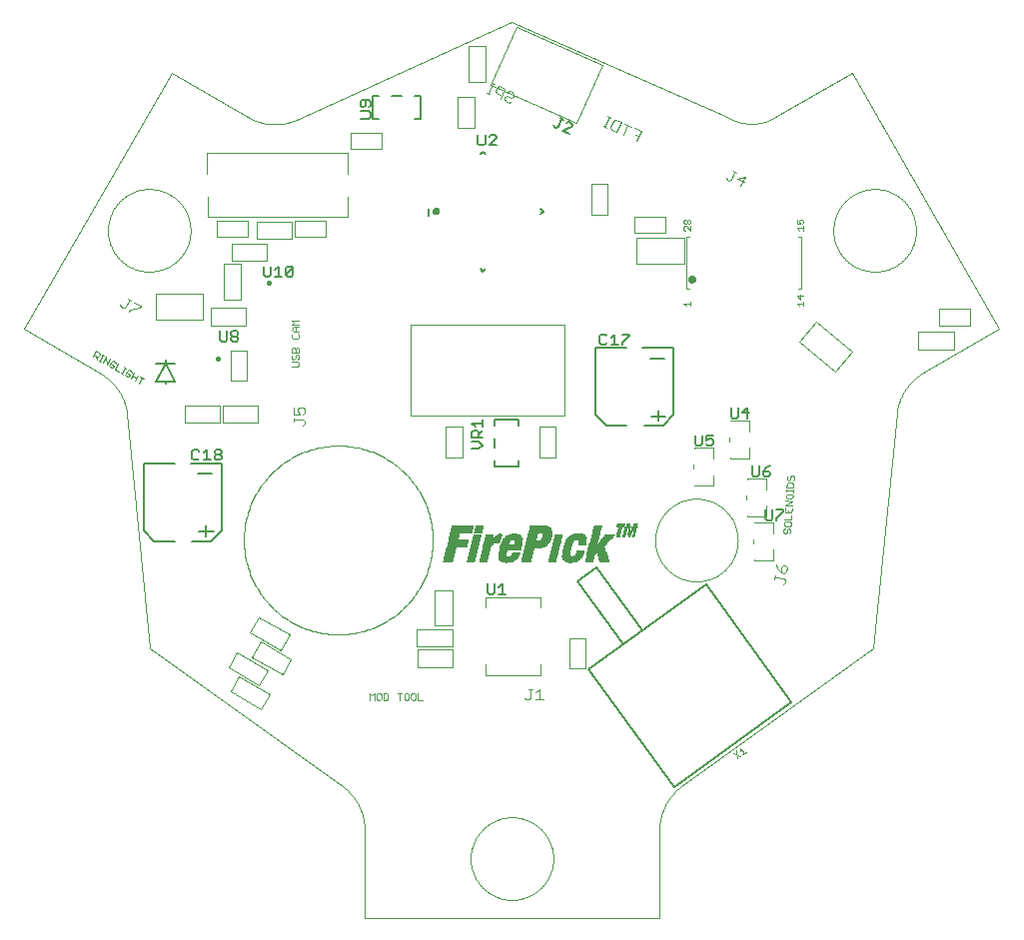
<source format=gto>
G75*
%MOIN*%
%OFA0B0*%
%FSLAX25Y25*%
%IPPOS*%
%LPD*%
%AMOC8*
5,1,8,0,0,1.08239X$1,22.5*
%
%ADD10C,0.00000*%
%ADD11C,0.00000*%
%ADD12C,0.00300*%
%ADD13C,0.00200*%
%ADD14C,0.00394*%
%ADD15C,0.00500*%
%ADD16C,0.00400*%
%ADD17R,0.00950X0.00050*%
%ADD18R,0.01050X0.00050*%
%ADD19R,0.02000X0.00050*%
%ADD20R,0.01900X0.00050*%
%ADD21R,0.02550X0.00050*%
%ADD22R,0.02500X0.00050*%
%ADD23R,0.02950X0.00050*%
%ADD24R,0.02900X0.00050*%
%ADD25R,0.03100X0.00050*%
%ADD26R,0.03300X0.00050*%
%ADD27R,0.03250X0.00050*%
%ADD28R,0.03200X0.00050*%
%ADD29R,0.03600X0.00050*%
%ADD30R,0.03500X0.00050*%
%ADD31R,0.03850X0.00050*%
%ADD32R,0.03750X0.00050*%
%ADD33R,0.04050X0.00050*%
%ADD34R,0.03950X0.00050*%
%ADD35R,0.04200X0.00050*%
%ADD36R,0.04400X0.00050*%
%ADD37R,0.04350X0.00050*%
%ADD38R,0.04550X0.00050*%
%ADD39R,0.04700X0.00050*%
%ADD40R,0.04850X0.00050*%
%ADD41R,0.05000X0.00050*%
%ADD42R,0.04950X0.00050*%
%ADD43R,0.03150X0.00050*%
%ADD44R,0.05100X0.00050*%
%ADD45R,0.05200X0.00050*%
%ADD46R,0.05300X0.00050*%
%ADD47R,0.05400X0.00050*%
%ADD48R,0.05450X0.00050*%
%ADD49R,0.05550X0.00050*%
%ADD50R,0.05600X0.00050*%
%ADD51R,0.05700X0.00050*%
%ADD52R,0.05750X0.00050*%
%ADD53R,0.05850X0.00050*%
%ADD54R,0.05900X0.00050*%
%ADD55R,0.03050X0.00050*%
%ADD56R,0.06000X0.00050*%
%ADD57R,0.06050X0.00050*%
%ADD58R,0.06100X0.00050*%
%ADD59R,0.06150X0.00050*%
%ADD60R,0.06200X0.00050*%
%ADD61R,0.06250X0.00050*%
%ADD62R,0.06300X0.00050*%
%ADD63R,0.06350X0.00050*%
%ADD64R,0.06400X0.00050*%
%ADD65R,0.06450X0.00050*%
%ADD66R,0.06500X0.00050*%
%ADD67R,0.06550X0.00050*%
%ADD68R,0.06650X0.00050*%
%ADD69R,0.06600X0.00050*%
%ADD70R,0.06700X0.00050*%
%ADD71R,0.02850X0.00050*%
%ADD72R,0.06750X0.00050*%
%ADD73R,0.02800X0.00050*%
%ADD74R,0.06800X0.00050*%
%ADD75R,0.02750X0.00050*%
%ADD76R,0.02700X0.00050*%
%ADD77R,0.03000X0.00050*%
%ADD78R,0.02650X0.00050*%
%ADD79R,0.03350X0.00050*%
%ADD80R,0.07350X0.00050*%
%ADD81R,0.05950X0.00050*%
%ADD82R,0.05800X0.00050*%
%ADD83R,0.05250X0.00050*%
%ADD84R,0.05500X0.00050*%
%ADD85R,0.07300X0.00050*%
%ADD86R,0.06900X0.00050*%
%ADD87R,0.05350X0.00050*%
%ADD88R,0.06950X0.00050*%
%ADD89R,0.07000X0.00050*%
%ADD90R,0.07050X0.00050*%
%ADD91R,0.07150X0.00050*%
%ADD92R,0.07250X0.00050*%
%ADD93R,0.07200X0.00050*%
%ADD94R,0.05650X0.00050*%
%ADD95R,0.07400X0.00050*%
%ADD96R,0.07450X0.00050*%
%ADD97R,0.07500X0.00050*%
%ADD98R,0.07550X0.00050*%
%ADD99R,0.03450X0.00050*%
%ADD100R,0.07600X0.00050*%
%ADD101R,0.07650X0.00050*%
%ADD102R,0.07700X0.00050*%
%ADD103R,0.04150X0.00050*%
%ADD104R,0.02600X0.00050*%
%ADD105R,0.07750X0.00050*%
%ADD106R,0.00200X0.00050*%
%ADD107R,0.07800X0.00050*%
%ADD108R,0.07850X0.00050*%
%ADD109R,0.07900X0.00050*%
%ADD110R,0.07950X0.00050*%
%ADD111R,0.03650X0.00050*%
%ADD112R,0.03400X0.00050*%
%ADD113R,0.02450X0.00050*%
%ADD114R,0.02400X0.00050*%
%ADD115R,0.02350X0.00050*%
%ADD116R,0.02300X0.00050*%
%ADD117R,0.02250X0.00050*%
%ADD118R,0.02200X0.00050*%
%ADD119R,0.02150X0.00050*%
%ADD120R,0.01100X0.00050*%
%ADD121R,0.00800X0.00050*%
%ADD122R,0.02100X0.00050*%
%ADD123R,0.00850X0.00050*%
%ADD124R,0.01000X0.00050*%
%ADD125R,0.05050X0.00050*%
%ADD126R,0.00900X0.00050*%
%ADD127R,0.01950X0.00050*%
%ADD128R,0.04900X0.00050*%
%ADD129R,0.04800X0.00050*%
%ADD130R,0.04650X0.00050*%
%ADD131R,0.01800X0.00050*%
%ADD132R,0.04450X0.00050*%
%ADD133R,0.01750X0.00050*%
%ADD134R,0.01700X0.00050*%
%ADD135R,0.01650X0.00050*%
%ADD136R,0.01550X0.00050*%
%ADD137R,0.04500X0.00050*%
%ADD138R,0.01500X0.00050*%
%ADD139R,0.01400X0.00050*%
%ADD140R,0.01300X0.00050*%
%ADD141R,0.01150X0.00050*%
%ADD142R,0.03700X0.00050*%
%ADD143R,0.00700X0.00050*%
%ADD144R,0.01200X0.00050*%
%ADD145R,0.01250X0.00050*%
%ADD146R,0.01350X0.00050*%
%ADD147R,0.01450X0.00050*%
%ADD148R,0.00750X0.00050*%
%ADD149R,0.07100X0.00050*%
%ADD150R,0.06850X0.00050*%
%ADD151R,0.01600X0.00050*%
%ADD152R,0.05150X0.00050*%
%ADD153C,0.01181*%
%ADD154C,0.01575*%
%ADD155C,0.00984*%
D10*
X0116756Y0031009D02*
X0116751Y0031440D01*
X0116735Y0031872D01*
X0116708Y0032302D01*
X0116671Y0032732D01*
X0116624Y0033161D01*
X0116566Y0033588D01*
X0116498Y0034014D01*
X0116420Y0034438D01*
X0116331Y0034860D01*
X0116232Y0035280D01*
X0116123Y0035697D01*
X0116004Y0036112D01*
X0115875Y0036523D01*
X0115736Y0036932D01*
X0115586Y0037336D01*
X0115428Y0037737D01*
X0115259Y0038134D01*
X0115081Y0038527D01*
X0114893Y0038915D01*
X0114696Y0039299D01*
X0114490Y0039678D01*
X0114274Y0040052D01*
X0114050Y0040420D01*
X0113816Y0040783D01*
X0113574Y0041140D01*
X0113323Y0041491D01*
X0113064Y0041835D01*
X0112797Y0042174D01*
X0112521Y0042505D01*
X0112237Y0042830D01*
X0111946Y0043148D01*
X0111647Y0043459D01*
X0111340Y0043762D01*
X0111026Y0044058D01*
X0110705Y0044347D01*
X0110377Y0044627D01*
X0110043Y0044899D01*
X0109702Y0045163D01*
X0109354Y0045419D01*
X0109355Y0045419D02*
X0045299Y0091364D01*
X0037543Y0169828D01*
X0028764Y0183175D02*
X0003292Y0198135D01*
X0052504Y0283411D01*
X0077977Y0268687D01*
X0094118Y0267899D02*
X0165969Y0300380D01*
X0237819Y0268687D01*
X0238162Y0268494D01*
X0238509Y0268310D01*
X0238861Y0268134D01*
X0239217Y0267967D01*
X0239577Y0267809D01*
X0239940Y0267660D01*
X0240307Y0267519D01*
X0240678Y0267387D01*
X0241051Y0267265D01*
X0241428Y0267152D01*
X0241807Y0267047D01*
X0242188Y0266953D01*
X0242572Y0266867D01*
X0242958Y0266791D01*
X0243345Y0266724D01*
X0243734Y0266667D01*
X0244124Y0266619D01*
X0244516Y0266581D01*
X0244908Y0266552D01*
X0245300Y0266533D01*
X0245693Y0266523D01*
X0246087Y0266523D01*
X0246480Y0266533D01*
X0246872Y0266552D01*
X0247264Y0266581D01*
X0247656Y0266619D01*
X0248046Y0266667D01*
X0248435Y0266724D01*
X0248822Y0266791D01*
X0249208Y0266867D01*
X0249592Y0266953D01*
X0249973Y0267047D01*
X0250352Y0267152D01*
X0250729Y0267265D01*
X0251102Y0267387D01*
X0251473Y0267519D01*
X0251840Y0267660D01*
X0252203Y0267809D01*
X0252563Y0267967D01*
X0252919Y0268134D01*
X0253271Y0268310D01*
X0253618Y0268494D01*
X0253961Y0268687D01*
X0279433Y0283411D01*
X0328646Y0198135D01*
X0303173Y0183450D01*
X0294394Y0169828D02*
X0286638Y0091364D01*
X0222583Y0045419D01*
X0215181Y0031009D02*
X0215181Y0001600D01*
X0116756Y0001600D01*
X0116756Y0031009D01*
X0215181Y0031009D02*
X0215186Y0031440D01*
X0215202Y0031871D01*
X0215228Y0032302D01*
X0215265Y0032732D01*
X0215312Y0033161D01*
X0215370Y0033588D01*
X0215438Y0034014D01*
X0215516Y0034438D01*
X0215604Y0034860D01*
X0215703Y0035280D01*
X0215812Y0035698D01*
X0215931Y0036112D01*
X0216061Y0036524D01*
X0216200Y0036932D01*
X0216349Y0037337D01*
X0216508Y0037738D01*
X0216676Y0038135D01*
X0216855Y0038528D01*
X0217042Y0038916D01*
X0217239Y0039300D01*
X0217446Y0039679D01*
X0217661Y0040052D01*
X0217886Y0040421D01*
X0218119Y0040783D01*
X0218361Y0041140D01*
X0218612Y0041491D01*
X0218872Y0041836D01*
X0219139Y0042174D01*
X0219415Y0042506D01*
X0219699Y0042831D01*
X0219990Y0043149D01*
X0220289Y0043460D01*
X0220596Y0043763D01*
X0220910Y0044059D01*
X0221231Y0044347D01*
X0221559Y0044627D01*
X0221894Y0044899D01*
X0222235Y0045163D01*
X0222583Y0045418D01*
X0294394Y0169828D02*
X0294442Y0170257D01*
X0294500Y0170685D01*
X0294568Y0171111D01*
X0294647Y0171535D01*
X0294736Y0171957D01*
X0294835Y0172377D01*
X0294945Y0172795D01*
X0295064Y0173209D01*
X0295194Y0173621D01*
X0295334Y0174029D01*
X0295483Y0174434D01*
X0295642Y0174835D01*
X0295811Y0175232D01*
X0295990Y0175625D01*
X0296178Y0176013D01*
X0296376Y0176397D01*
X0296582Y0176776D01*
X0296798Y0177149D01*
X0297023Y0177517D01*
X0297257Y0177880D01*
X0297499Y0178237D01*
X0297750Y0178588D01*
X0298010Y0178933D01*
X0298278Y0179271D01*
X0298554Y0179603D01*
X0298838Y0179928D01*
X0299130Y0180245D01*
X0299429Y0180556D01*
X0299736Y0180859D01*
X0300050Y0181155D01*
X0300371Y0181443D01*
X0300700Y0181723D01*
X0301035Y0181996D01*
X0301376Y0182259D01*
X0301724Y0182515D01*
X0302078Y0182762D01*
X0302437Y0183000D01*
X0302803Y0183230D01*
X0303174Y0183450D01*
X0094118Y0267899D02*
X0093724Y0267726D01*
X0093326Y0267564D01*
X0092924Y0267410D01*
X0092518Y0267267D01*
X0092109Y0267134D01*
X0091697Y0267010D01*
X0091282Y0266897D01*
X0090864Y0266793D01*
X0090444Y0266700D01*
X0090022Y0266617D01*
X0089598Y0266545D01*
X0089172Y0266482D01*
X0088745Y0266430D01*
X0088317Y0266389D01*
X0087888Y0266357D01*
X0087458Y0266337D01*
X0087028Y0266326D01*
X0086597Y0266326D01*
X0086167Y0266337D01*
X0085737Y0266358D01*
X0085308Y0266389D01*
X0084880Y0266431D01*
X0084453Y0266483D01*
X0084027Y0266546D01*
X0083603Y0266619D01*
X0083181Y0266702D01*
X0082761Y0266795D01*
X0082344Y0266898D01*
X0081929Y0267012D01*
X0081516Y0267136D01*
X0081107Y0267269D01*
X0080702Y0267413D01*
X0080300Y0267566D01*
X0079902Y0267729D01*
X0079507Y0267902D01*
X0079118Y0268084D01*
X0078732Y0268275D01*
X0078352Y0268476D01*
X0077976Y0268686D01*
X0028764Y0183174D02*
X0029137Y0182949D01*
X0029504Y0182715D01*
X0029865Y0182473D01*
X0030221Y0182221D01*
X0030570Y0181961D01*
X0030913Y0181693D01*
X0031250Y0181417D01*
X0031580Y0181132D01*
X0031902Y0180840D01*
X0032218Y0180540D01*
X0032526Y0180233D01*
X0032827Y0179918D01*
X0033120Y0179596D01*
X0033406Y0179267D01*
X0033683Y0178931D01*
X0033952Y0178589D01*
X0034213Y0178240D01*
X0034465Y0177885D01*
X0034709Y0177524D01*
X0034944Y0177158D01*
X0035170Y0176785D01*
X0035387Y0176408D01*
X0035594Y0176025D01*
X0035793Y0175638D01*
X0035982Y0175245D01*
X0036162Y0174849D01*
X0036332Y0174448D01*
X0036492Y0174043D01*
X0036642Y0173634D01*
X0036783Y0173222D01*
X0036914Y0172807D01*
X0037034Y0172388D01*
X0037145Y0171967D01*
X0037245Y0171543D01*
X0037335Y0171117D01*
X0037415Y0170689D01*
X0037484Y0170259D01*
X0037543Y0169828D01*
D11*
X0031157Y0230931D02*
X0031161Y0231269D01*
X0031174Y0231607D01*
X0031194Y0231945D01*
X0031223Y0232282D01*
X0031261Y0232618D01*
X0031306Y0232953D01*
X0031360Y0233287D01*
X0031422Y0233619D01*
X0031492Y0233950D01*
X0031570Y0234279D01*
X0031656Y0234606D01*
X0031750Y0234931D01*
X0031853Y0235254D01*
X0031963Y0235573D01*
X0032080Y0235890D01*
X0032206Y0236204D01*
X0032339Y0236515D01*
X0032480Y0236823D01*
X0032628Y0237127D01*
X0032784Y0237427D01*
X0032947Y0237723D01*
X0033117Y0238015D01*
X0033295Y0238303D01*
X0033479Y0238587D01*
X0033671Y0238866D01*
X0033869Y0239140D01*
X0034074Y0239409D01*
X0034285Y0239673D01*
X0034503Y0239932D01*
X0034727Y0240185D01*
X0034957Y0240433D01*
X0035193Y0240675D01*
X0035435Y0240911D01*
X0035683Y0241141D01*
X0035936Y0241365D01*
X0036195Y0241583D01*
X0036459Y0241794D01*
X0036728Y0241999D01*
X0037002Y0242197D01*
X0037281Y0242389D01*
X0037565Y0242573D01*
X0037853Y0242751D01*
X0038145Y0242921D01*
X0038441Y0243084D01*
X0038741Y0243240D01*
X0039045Y0243388D01*
X0039353Y0243529D01*
X0039664Y0243662D01*
X0039978Y0243788D01*
X0040295Y0243905D01*
X0040614Y0244015D01*
X0040937Y0244118D01*
X0041262Y0244212D01*
X0041589Y0244298D01*
X0041918Y0244376D01*
X0042249Y0244446D01*
X0042581Y0244508D01*
X0042915Y0244562D01*
X0043250Y0244607D01*
X0043586Y0244645D01*
X0043923Y0244674D01*
X0044261Y0244694D01*
X0044599Y0244707D01*
X0044937Y0244711D01*
X0045275Y0244707D01*
X0045613Y0244694D01*
X0045951Y0244674D01*
X0046288Y0244645D01*
X0046624Y0244607D01*
X0046959Y0244562D01*
X0047293Y0244508D01*
X0047625Y0244446D01*
X0047956Y0244376D01*
X0048285Y0244298D01*
X0048612Y0244212D01*
X0048937Y0244118D01*
X0049260Y0244015D01*
X0049579Y0243905D01*
X0049896Y0243788D01*
X0050210Y0243662D01*
X0050521Y0243529D01*
X0050829Y0243388D01*
X0051133Y0243240D01*
X0051433Y0243084D01*
X0051729Y0242921D01*
X0052021Y0242751D01*
X0052309Y0242573D01*
X0052593Y0242389D01*
X0052872Y0242197D01*
X0053146Y0241999D01*
X0053415Y0241794D01*
X0053679Y0241583D01*
X0053938Y0241365D01*
X0054191Y0241141D01*
X0054439Y0240911D01*
X0054681Y0240675D01*
X0054917Y0240433D01*
X0055147Y0240185D01*
X0055371Y0239932D01*
X0055589Y0239673D01*
X0055800Y0239409D01*
X0056005Y0239140D01*
X0056203Y0238866D01*
X0056395Y0238587D01*
X0056579Y0238303D01*
X0056757Y0238015D01*
X0056927Y0237723D01*
X0057090Y0237427D01*
X0057246Y0237127D01*
X0057394Y0236823D01*
X0057535Y0236515D01*
X0057668Y0236204D01*
X0057794Y0235890D01*
X0057911Y0235573D01*
X0058021Y0235254D01*
X0058124Y0234931D01*
X0058218Y0234606D01*
X0058304Y0234279D01*
X0058382Y0233950D01*
X0058452Y0233619D01*
X0058514Y0233287D01*
X0058568Y0232953D01*
X0058613Y0232618D01*
X0058651Y0232282D01*
X0058680Y0231945D01*
X0058700Y0231607D01*
X0058713Y0231269D01*
X0058717Y0230931D01*
X0058713Y0230593D01*
X0058700Y0230255D01*
X0058680Y0229917D01*
X0058651Y0229580D01*
X0058613Y0229244D01*
X0058568Y0228909D01*
X0058514Y0228575D01*
X0058452Y0228243D01*
X0058382Y0227912D01*
X0058304Y0227583D01*
X0058218Y0227256D01*
X0058124Y0226931D01*
X0058021Y0226608D01*
X0057911Y0226289D01*
X0057794Y0225972D01*
X0057668Y0225658D01*
X0057535Y0225347D01*
X0057394Y0225039D01*
X0057246Y0224735D01*
X0057090Y0224435D01*
X0056927Y0224139D01*
X0056757Y0223847D01*
X0056579Y0223559D01*
X0056395Y0223275D01*
X0056203Y0222996D01*
X0056005Y0222722D01*
X0055800Y0222453D01*
X0055589Y0222189D01*
X0055371Y0221930D01*
X0055147Y0221677D01*
X0054917Y0221429D01*
X0054681Y0221187D01*
X0054439Y0220951D01*
X0054191Y0220721D01*
X0053938Y0220497D01*
X0053679Y0220279D01*
X0053415Y0220068D01*
X0053146Y0219863D01*
X0052872Y0219665D01*
X0052593Y0219473D01*
X0052309Y0219289D01*
X0052021Y0219111D01*
X0051729Y0218941D01*
X0051433Y0218778D01*
X0051133Y0218622D01*
X0050829Y0218474D01*
X0050521Y0218333D01*
X0050210Y0218200D01*
X0049896Y0218074D01*
X0049579Y0217957D01*
X0049260Y0217847D01*
X0048937Y0217744D01*
X0048612Y0217650D01*
X0048285Y0217564D01*
X0047956Y0217486D01*
X0047625Y0217416D01*
X0047293Y0217354D01*
X0046959Y0217300D01*
X0046624Y0217255D01*
X0046288Y0217217D01*
X0045951Y0217188D01*
X0045613Y0217168D01*
X0045275Y0217155D01*
X0044937Y0217151D01*
X0044599Y0217155D01*
X0044261Y0217168D01*
X0043923Y0217188D01*
X0043586Y0217217D01*
X0043250Y0217255D01*
X0042915Y0217300D01*
X0042581Y0217354D01*
X0042249Y0217416D01*
X0041918Y0217486D01*
X0041589Y0217564D01*
X0041262Y0217650D01*
X0040937Y0217744D01*
X0040614Y0217847D01*
X0040295Y0217957D01*
X0039978Y0218074D01*
X0039664Y0218200D01*
X0039353Y0218333D01*
X0039045Y0218474D01*
X0038741Y0218622D01*
X0038441Y0218778D01*
X0038145Y0218941D01*
X0037853Y0219111D01*
X0037565Y0219289D01*
X0037281Y0219473D01*
X0037002Y0219665D01*
X0036728Y0219863D01*
X0036459Y0220068D01*
X0036195Y0220279D01*
X0035936Y0220497D01*
X0035683Y0220721D01*
X0035435Y0220951D01*
X0035193Y0221187D01*
X0034957Y0221429D01*
X0034727Y0221677D01*
X0034503Y0221930D01*
X0034285Y0222189D01*
X0034074Y0222453D01*
X0033869Y0222722D01*
X0033671Y0222996D01*
X0033479Y0223275D01*
X0033295Y0223559D01*
X0033117Y0223847D01*
X0032947Y0224139D01*
X0032784Y0224435D01*
X0032628Y0224735D01*
X0032480Y0225039D01*
X0032339Y0225347D01*
X0032206Y0225658D01*
X0032080Y0225972D01*
X0031963Y0226289D01*
X0031853Y0226608D01*
X0031750Y0226931D01*
X0031656Y0227256D01*
X0031570Y0227583D01*
X0031492Y0227912D01*
X0031422Y0228243D01*
X0031360Y0228575D01*
X0031306Y0228909D01*
X0031261Y0229244D01*
X0031223Y0229580D01*
X0031194Y0229917D01*
X0031174Y0230255D01*
X0031161Y0230593D01*
X0031157Y0230931D01*
X0132189Y0199395D02*
X0132189Y0169238D01*
X0183370Y0169238D01*
X0183370Y0199395D01*
X0132189Y0199395D01*
X0076520Y0127584D02*
X0076529Y0128357D01*
X0076558Y0129129D01*
X0076605Y0129901D01*
X0076672Y0130671D01*
X0076757Y0131439D01*
X0076861Y0132205D01*
X0076984Y0132969D01*
X0077125Y0133729D01*
X0077285Y0134485D01*
X0077464Y0135237D01*
X0077661Y0135984D01*
X0077876Y0136727D01*
X0078110Y0137464D01*
X0078361Y0138195D01*
X0078630Y0138919D01*
X0078917Y0139637D01*
X0079222Y0140347D01*
X0079544Y0141050D01*
X0079883Y0141745D01*
X0080239Y0142431D01*
X0080612Y0143108D01*
X0081001Y0143776D01*
X0081406Y0144434D01*
X0081828Y0145082D01*
X0082265Y0145720D01*
X0082718Y0146346D01*
X0083186Y0146961D01*
X0083669Y0147565D01*
X0084167Y0148156D01*
X0084679Y0148735D01*
X0085205Y0149302D01*
X0085745Y0149855D01*
X0086298Y0150395D01*
X0086865Y0150921D01*
X0087444Y0151433D01*
X0088035Y0151931D01*
X0088639Y0152414D01*
X0089254Y0152882D01*
X0089880Y0153335D01*
X0090518Y0153772D01*
X0091166Y0154194D01*
X0091824Y0154599D01*
X0092492Y0154988D01*
X0093169Y0155361D01*
X0093855Y0155717D01*
X0094550Y0156056D01*
X0095253Y0156378D01*
X0095963Y0156683D01*
X0096681Y0156970D01*
X0097405Y0157239D01*
X0098136Y0157490D01*
X0098873Y0157724D01*
X0099616Y0157939D01*
X0100363Y0158136D01*
X0101115Y0158315D01*
X0101871Y0158475D01*
X0102631Y0158616D01*
X0103395Y0158739D01*
X0104161Y0158843D01*
X0104929Y0158928D01*
X0105699Y0158995D01*
X0106471Y0159042D01*
X0107243Y0159071D01*
X0108016Y0159080D01*
X0108789Y0159071D01*
X0109561Y0159042D01*
X0110333Y0158995D01*
X0111103Y0158928D01*
X0111871Y0158843D01*
X0112637Y0158739D01*
X0113401Y0158616D01*
X0114161Y0158475D01*
X0114917Y0158315D01*
X0115669Y0158136D01*
X0116416Y0157939D01*
X0117159Y0157724D01*
X0117896Y0157490D01*
X0118627Y0157239D01*
X0119351Y0156970D01*
X0120069Y0156683D01*
X0120779Y0156378D01*
X0121482Y0156056D01*
X0122177Y0155717D01*
X0122863Y0155361D01*
X0123540Y0154988D01*
X0124208Y0154599D01*
X0124866Y0154194D01*
X0125514Y0153772D01*
X0126152Y0153335D01*
X0126778Y0152882D01*
X0127393Y0152414D01*
X0127997Y0151931D01*
X0128588Y0151433D01*
X0129167Y0150921D01*
X0129734Y0150395D01*
X0130287Y0149855D01*
X0130827Y0149302D01*
X0131353Y0148735D01*
X0131865Y0148156D01*
X0132363Y0147565D01*
X0132846Y0146961D01*
X0133314Y0146346D01*
X0133767Y0145720D01*
X0134204Y0145082D01*
X0134626Y0144434D01*
X0135031Y0143776D01*
X0135420Y0143108D01*
X0135793Y0142431D01*
X0136149Y0141745D01*
X0136488Y0141050D01*
X0136810Y0140347D01*
X0137115Y0139637D01*
X0137402Y0138919D01*
X0137671Y0138195D01*
X0137922Y0137464D01*
X0138156Y0136727D01*
X0138371Y0135984D01*
X0138568Y0135237D01*
X0138747Y0134485D01*
X0138907Y0133729D01*
X0139048Y0132969D01*
X0139171Y0132205D01*
X0139275Y0131439D01*
X0139360Y0130671D01*
X0139427Y0129901D01*
X0139474Y0129129D01*
X0139503Y0128357D01*
X0139512Y0127584D01*
X0139503Y0126811D01*
X0139474Y0126039D01*
X0139427Y0125267D01*
X0139360Y0124497D01*
X0139275Y0123729D01*
X0139171Y0122963D01*
X0139048Y0122199D01*
X0138907Y0121439D01*
X0138747Y0120683D01*
X0138568Y0119931D01*
X0138371Y0119184D01*
X0138156Y0118441D01*
X0137922Y0117704D01*
X0137671Y0116973D01*
X0137402Y0116249D01*
X0137115Y0115531D01*
X0136810Y0114821D01*
X0136488Y0114118D01*
X0136149Y0113423D01*
X0135793Y0112737D01*
X0135420Y0112060D01*
X0135031Y0111392D01*
X0134626Y0110734D01*
X0134204Y0110086D01*
X0133767Y0109448D01*
X0133314Y0108822D01*
X0132846Y0108207D01*
X0132363Y0107603D01*
X0131865Y0107012D01*
X0131353Y0106433D01*
X0130827Y0105866D01*
X0130287Y0105313D01*
X0129734Y0104773D01*
X0129167Y0104247D01*
X0128588Y0103735D01*
X0127997Y0103237D01*
X0127393Y0102754D01*
X0126778Y0102286D01*
X0126152Y0101833D01*
X0125514Y0101396D01*
X0124866Y0100974D01*
X0124208Y0100569D01*
X0123540Y0100180D01*
X0122863Y0099807D01*
X0122177Y0099451D01*
X0121482Y0099112D01*
X0120779Y0098790D01*
X0120069Y0098485D01*
X0119351Y0098198D01*
X0118627Y0097929D01*
X0117896Y0097678D01*
X0117159Y0097444D01*
X0116416Y0097229D01*
X0115669Y0097032D01*
X0114917Y0096853D01*
X0114161Y0096693D01*
X0113401Y0096552D01*
X0112637Y0096429D01*
X0111871Y0096325D01*
X0111103Y0096240D01*
X0110333Y0096173D01*
X0109561Y0096126D01*
X0108789Y0096097D01*
X0108016Y0096088D01*
X0107243Y0096097D01*
X0106471Y0096126D01*
X0105699Y0096173D01*
X0104929Y0096240D01*
X0104161Y0096325D01*
X0103395Y0096429D01*
X0102631Y0096552D01*
X0101871Y0096693D01*
X0101115Y0096853D01*
X0100363Y0097032D01*
X0099616Y0097229D01*
X0098873Y0097444D01*
X0098136Y0097678D01*
X0097405Y0097929D01*
X0096681Y0098198D01*
X0095963Y0098485D01*
X0095253Y0098790D01*
X0094550Y0099112D01*
X0093855Y0099451D01*
X0093169Y0099807D01*
X0092492Y0100180D01*
X0091824Y0100569D01*
X0091166Y0100974D01*
X0090518Y0101396D01*
X0089880Y0101833D01*
X0089254Y0102286D01*
X0088639Y0102754D01*
X0088035Y0103237D01*
X0087444Y0103735D01*
X0086865Y0104247D01*
X0086298Y0104773D01*
X0085745Y0105313D01*
X0085205Y0105866D01*
X0084679Y0106433D01*
X0084167Y0107012D01*
X0083669Y0107603D01*
X0083186Y0108207D01*
X0082718Y0108822D01*
X0082265Y0109448D01*
X0081828Y0110086D01*
X0081406Y0110734D01*
X0081001Y0111392D01*
X0080612Y0112060D01*
X0080239Y0112737D01*
X0079883Y0113423D01*
X0079544Y0114118D01*
X0079222Y0114821D01*
X0078917Y0115531D01*
X0078630Y0116249D01*
X0078361Y0116973D01*
X0078110Y0117704D01*
X0077876Y0118441D01*
X0077661Y0119184D01*
X0077464Y0119931D01*
X0077285Y0120683D01*
X0077125Y0121439D01*
X0076984Y0122199D01*
X0076861Y0122963D01*
X0076757Y0123729D01*
X0076672Y0124497D01*
X0076605Y0125267D01*
X0076558Y0126039D01*
X0076529Y0126811D01*
X0076520Y0127584D01*
X0152197Y0021285D02*
X0152201Y0021623D01*
X0152214Y0021961D01*
X0152234Y0022299D01*
X0152263Y0022636D01*
X0152301Y0022972D01*
X0152346Y0023307D01*
X0152400Y0023641D01*
X0152462Y0023973D01*
X0152532Y0024304D01*
X0152610Y0024633D01*
X0152696Y0024960D01*
X0152790Y0025285D01*
X0152893Y0025608D01*
X0153003Y0025927D01*
X0153120Y0026244D01*
X0153246Y0026558D01*
X0153379Y0026869D01*
X0153520Y0027177D01*
X0153668Y0027481D01*
X0153824Y0027781D01*
X0153987Y0028077D01*
X0154157Y0028369D01*
X0154335Y0028657D01*
X0154519Y0028941D01*
X0154711Y0029220D01*
X0154909Y0029494D01*
X0155114Y0029763D01*
X0155325Y0030027D01*
X0155543Y0030286D01*
X0155767Y0030539D01*
X0155997Y0030787D01*
X0156233Y0031029D01*
X0156475Y0031265D01*
X0156723Y0031495D01*
X0156976Y0031719D01*
X0157235Y0031937D01*
X0157499Y0032148D01*
X0157768Y0032353D01*
X0158042Y0032551D01*
X0158321Y0032743D01*
X0158605Y0032927D01*
X0158893Y0033105D01*
X0159185Y0033275D01*
X0159481Y0033438D01*
X0159781Y0033594D01*
X0160085Y0033742D01*
X0160393Y0033883D01*
X0160704Y0034016D01*
X0161018Y0034142D01*
X0161335Y0034259D01*
X0161654Y0034369D01*
X0161977Y0034472D01*
X0162302Y0034566D01*
X0162629Y0034652D01*
X0162958Y0034730D01*
X0163289Y0034800D01*
X0163621Y0034862D01*
X0163955Y0034916D01*
X0164290Y0034961D01*
X0164626Y0034999D01*
X0164963Y0035028D01*
X0165301Y0035048D01*
X0165639Y0035061D01*
X0165977Y0035065D01*
X0166315Y0035061D01*
X0166653Y0035048D01*
X0166991Y0035028D01*
X0167328Y0034999D01*
X0167664Y0034961D01*
X0167999Y0034916D01*
X0168333Y0034862D01*
X0168665Y0034800D01*
X0168996Y0034730D01*
X0169325Y0034652D01*
X0169652Y0034566D01*
X0169977Y0034472D01*
X0170300Y0034369D01*
X0170619Y0034259D01*
X0170936Y0034142D01*
X0171250Y0034016D01*
X0171561Y0033883D01*
X0171869Y0033742D01*
X0172173Y0033594D01*
X0172473Y0033438D01*
X0172769Y0033275D01*
X0173061Y0033105D01*
X0173349Y0032927D01*
X0173633Y0032743D01*
X0173912Y0032551D01*
X0174186Y0032353D01*
X0174455Y0032148D01*
X0174719Y0031937D01*
X0174978Y0031719D01*
X0175231Y0031495D01*
X0175479Y0031265D01*
X0175721Y0031029D01*
X0175957Y0030787D01*
X0176187Y0030539D01*
X0176411Y0030286D01*
X0176629Y0030027D01*
X0176840Y0029763D01*
X0177045Y0029494D01*
X0177243Y0029220D01*
X0177435Y0028941D01*
X0177619Y0028657D01*
X0177797Y0028369D01*
X0177967Y0028077D01*
X0178130Y0027781D01*
X0178286Y0027481D01*
X0178434Y0027177D01*
X0178575Y0026869D01*
X0178708Y0026558D01*
X0178834Y0026244D01*
X0178951Y0025927D01*
X0179061Y0025608D01*
X0179164Y0025285D01*
X0179258Y0024960D01*
X0179344Y0024633D01*
X0179422Y0024304D01*
X0179492Y0023973D01*
X0179554Y0023641D01*
X0179608Y0023307D01*
X0179653Y0022972D01*
X0179691Y0022636D01*
X0179720Y0022299D01*
X0179740Y0021961D01*
X0179753Y0021623D01*
X0179757Y0021285D01*
X0179753Y0020947D01*
X0179740Y0020609D01*
X0179720Y0020271D01*
X0179691Y0019934D01*
X0179653Y0019598D01*
X0179608Y0019263D01*
X0179554Y0018929D01*
X0179492Y0018597D01*
X0179422Y0018266D01*
X0179344Y0017937D01*
X0179258Y0017610D01*
X0179164Y0017285D01*
X0179061Y0016962D01*
X0178951Y0016643D01*
X0178834Y0016326D01*
X0178708Y0016012D01*
X0178575Y0015701D01*
X0178434Y0015393D01*
X0178286Y0015089D01*
X0178130Y0014789D01*
X0177967Y0014493D01*
X0177797Y0014201D01*
X0177619Y0013913D01*
X0177435Y0013629D01*
X0177243Y0013350D01*
X0177045Y0013076D01*
X0176840Y0012807D01*
X0176629Y0012543D01*
X0176411Y0012284D01*
X0176187Y0012031D01*
X0175957Y0011783D01*
X0175721Y0011541D01*
X0175479Y0011305D01*
X0175231Y0011075D01*
X0174978Y0010851D01*
X0174719Y0010633D01*
X0174455Y0010422D01*
X0174186Y0010217D01*
X0173912Y0010019D01*
X0173633Y0009827D01*
X0173349Y0009643D01*
X0173061Y0009465D01*
X0172769Y0009295D01*
X0172473Y0009132D01*
X0172173Y0008976D01*
X0171869Y0008828D01*
X0171561Y0008687D01*
X0171250Y0008554D01*
X0170936Y0008428D01*
X0170619Y0008311D01*
X0170300Y0008201D01*
X0169977Y0008098D01*
X0169652Y0008004D01*
X0169325Y0007918D01*
X0168996Y0007840D01*
X0168665Y0007770D01*
X0168333Y0007708D01*
X0167999Y0007654D01*
X0167664Y0007609D01*
X0167328Y0007571D01*
X0166991Y0007542D01*
X0166653Y0007522D01*
X0166315Y0007509D01*
X0165977Y0007505D01*
X0165639Y0007509D01*
X0165301Y0007522D01*
X0164963Y0007542D01*
X0164626Y0007571D01*
X0164290Y0007609D01*
X0163955Y0007654D01*
X0163621Y0007708D01*
X0163289Y0007770D01*
X0162958Y0007840D01*
X0162629Y0007918D01*
X0162302Y0008004D01*
X0161977Y0008098D01*
X0161654Y0008201D01*
X0161335Y0008311D01*
X0161018Y0008428D01*
X0160704Y0008554D01*
X0160393Y0008687D01*
X0160085Y0008828D01*
X0159781Y0008976D01*
X0159481Y0009132D01*
X0159185Y0009295D01*
X0158893Y0009465D01*
X0158605Y0009643D01*
X0158321Y0009827D01*
X0158042Y0010019D01*
X0157768Y0010217D01*
X0157499Y0010422D01*
X0157235Y0010633D01*
X0156976Y0010851D01*
X0156723Y0011075D01*
X0156475Y0011305D01*
X0156233Y0011541D01*
X0155997Y0011783D01*
X0155767Y0012031D01*
X0155543Y0012284D01*
X0155325Y0012543D01*
X0155114Y0012807D01*
X0154909Y0013076D01*
X0154711Y0013350D01*
X0154519Y0013629D01*
X0154335Y0013913D01*
X0154157Y0014201D01*
X0153987Y0014493D01*
X0153824Y0014789D01*
X0153668Y0015089D01*
X0153520Y0015393D01*
X0153379Y0015701D01*
X0153246Y0016012D01*
X0153120Y0016326D01*
X0153003Y0016643D01*
X0152893Y0016962D01*
X0152790Y0017285D01*
X0152696Y0017610D01*
X0152610Y0017937D01*
X0152532Y0018266D01*
X0152462Y0018597D01*
X0152400Y0018929D01*
X0152346Y0019263D01*
X0152301Y0019598D01*
X0152263Y0019934D01*
X0152234Y0020271D01*
X0152214Y0020609D01*
X0152201Y0020947D01*
X0152197Y0021285D01*
X0213763Y0127584D02*
X0213767Y0127922D01*
X0213780Y0128260D01*
X0213800Y0128598D01*
X0213829Y0128935D01*
X0213867Y0129271D01*
X0213912Y0129606D01*
X0213966Y0129940D01*
X0214028Y0130272D01*
X0214098Y0130603D01*
X0214176Y0130932D01*
X0214262Y0131259D01*
X0214356Y0131584D01*
X0214459Y0131907D01*
X0214569Y0132226D01*
X0214686Y0132543D01*
X0214812Y0132857D01*
X0214945Y0133168D01*
X0215086Y0133476D01*
X0215234Y0133780D01*
X0215390Y0134080D01*
X0215553Y0134376D01*
X0215723Y0134668D01*
X0215901Y0134956D01*
X0216085Y0135240D01*
X0216277Y0135519D01*
X0216475Y0135793D01*
X0216680Y0136062D01*
X0216891Y0136326D01*
X0217109Y0136585D01*
X0217333Y0136838D01*
X0217563Y0137086D01*
X0217799Y0137328D01*
X0218041Y0137564D01*
X0218289Y0137794D01*
X0218542Y0138018D01*
X0218801Y0138236D01*
X0219065Y0138447D01*
X0219334Y0138652D01*
X0219608Y0138850D01*
X0219887Y0139042D01*
X0220171Y0139226D01*
X0220459Y0139404D01*
X0220751Y0139574D01*
X0221047Y0139737D01*
X0221347Y0139893D01*
X0221651Y0140041D01*
X0221959Y0140182D01*
X0222270Y0140315D01*
X0222584Y0140441D01*
X0222901Y0140558D01*
X0223220Y0140668D01*
X0223543Y0140771D01*
X0223868Y0140865D01*
X0224195Y0140951D01*
X0224524Y0141029D01*
X0224855Y0141099D01*
X0225187Y0141161D01*
X0225521Y0141215D01*
X0225856Y0141260D01*
X0226192Y0141298D01*
X0226529Y0141327D01*
X0226867Y0141347D01*
X0227205Y0141360D01*
X0227543Y0141364D01*
X0227881Y0141360D01*
X0228219Y0141347D01*
X0228557Y0141327D01*
X0228894Y0141298D01*
X0229230Y0141260D01*
X0229565Y0141215D01*
X0229899Y0141161D01*
X0230231Y0141099D01*
X0230562Y0141029D01*
X0230891Y0140951D01*
X0231218Y0140865D01*
X0231543Y0140771D01*
X0231866Y0140668D01*
X0232185Y0140558D01*
X0232502Y0140441D01*
X0232816Y0140315D01*
X0233127Y0140182D01*
X0233435Y0140041D01*
X0233739Y0139893D01*
X0234039Y0139737D01*
X0234335Y0139574D01*
X0234627Y0139404D01*
X0234915Y0139226D01*
X0235199Y0139042D01*
X0235478Y0138850D01*
X0235752Y0138652D01*
X0236021Y0138447D01*
X0236285Y0138236D01*
X0236544Y0138018D01*
X0236797Y0137794D01*
X0237045Y0137564D01*
X0237287Y0137328D01*
X0237523Y0137086D01*
X0237753Y0136838D01*
X0237977Y0136585D01*
X0238195Y0136326D01*
X0238406Y0136062D01*
X0238611Y0135793D01*
X0238809Y0135519D01*
X0239001Y0135240D01*
X0239185Y0134956D01*
X0239363Y0134668D01*
X0239533Y0134376D01*
X0239696Y0134080D01*
X0239852Y0133780D01*
X0240000Y0133476D01*
X0240141Y0133168D01*
X0240274Y0132857D01*
X0240400Y0132543D01*
X0240517Y0132226D01*
X0240627Y0131907D01*
X0240730Y0131584D01*
X0240824Y0131259D01*
X0240910Y0130932D01*
X0240988Y0130603D01*
X0241058Y0130272D01*
X0241120Y0129940D01*
X0241174Y0129606D01*
X0241219Y0129271D01*
X0241257Y0128935D01*
X0241286Y0128598D01*
X0241306Y0128260D01*
X0241319Y0127922D01*
X0241323Y0127584D01*
X0241319Y0127246D01*
X0241306Y0126908D01*
X0241286Y0126570D01*
X0241257Y0126233D01*
X0241219Y0125897D01*
X0241174Y0125562D01*
X0241120Y0125228D01*
X0241058Y0124896D01*
X0240988Y0124565D01*
X0240910Y0124236D01*
X0240824Y0123909D01*
X0240730Y0123584D01*
X0240627Y0123261D01*
X0240517Y0122942D01*
X0240400Y0122625D01*
X0240274Y0122311D01*
X0240141Y0122000D01*
X0240000Y0121692D01*
X0239852Y0121388D01*
X0239696Y0121088D01*
X0239533Y0120792D01*
X0239363Y0120500D01*
X0239185Y0120212D01*
X0239001Y0119928D01*
X0238809Y0119649D01*
X0238611Y0119375D01*
X0238406Y0119106D01*
X0238195Y0118842D01*
X0237977Y0118583D01*
X0237753Y0118330D01*
X0237523Y0118082D01*
X0237287Y0117840D01*
X0237045Y0117604D01*
X0236797Y0117374D01*
X0236544Y0117150D01*
X0236285Y0116932D01*
X0236021Y0116721D01*
X0235752Y0116516D01*
X0235478Y0116318D01*
X0235199Y0116126D01*
X0234915Y0115942D01*
X0234627Y0115764D01*
X0234335Y0115594D01*
X0234039Y0115431D01*
X0233739Y0115275D01*
X0233435Y0115127D01*
X0233127Y0114986D01*
X0232816Y0114853D01*
X0232502Y0114727D01*
X0232185Y0114610D01*
X0231866Y0114500D01*
X0231543Y0114397D01*
X0231218Y0114303D01*
X0230891Y0114217D01*
X0230562Y0114139D01*
X0230231Y0114069D01*
X0229899Y0114007D01*
X0229565Y0113953D01*
X0229230Y0113908D01*
X0228894Y0113870D01*
X0228557Y0113841D01*
X0228219Y0113821D01*
X0227881Y0113808D01*
X0227543Y0113804D01*
X0227205Y0113808D01*
X0226867Y0113821D01*
X0226529Y0113841D01*
X0226192Y0113870D01*
X0225856Y0113908D01*
X0225521Y0113953D01*
X0225187Y0114007D01*
X0224855Y0114069D01*
X0224524Y0114139D01*
X0224195Y0114217D01*
X0223868Y0114303D01*
X0223543Y0114397D01*
X0223220Y0114500D01*
X0222901Y0114610D01*
X0222584Y0114727D01*
X0222270Y0114853D01*
X0221959Y0114986D01*
X0221651Y0115127D01*
X0221347Y0115275D01*
X0221047Y0115431D01*
X0220751Y0115594D01*
X0220459Y0115764D01*
X0220171Y0115942D01*
X0219887Y0116126D01*
X0219608Y0116318D01*
X0219334Y0116516D01*
X0219065Y0116721D01*
X0218801Y0116932D01*
X0218542Y0117150D01*
X0218289Y0117374D01*
X0218041Y0117604D01*
X0217799Y0117840D01*
X0217563Y0118082D01*
X0217333Y0118330D01*
X0217109Y0118583D01*
X0216891Y0118842D01*
X0216680Y0119106D01*
X0216475Y0119375D01*
X0216277Y0119649D01*
X0216085Y0119928D01*
X0215901Y0120212D01*
X0215723Y0120500D01*
X0215553Y0120792D01*
X0215390Y0121088D01*
X0215234Y0121388D01*
X0215086Y0121692D01*
X0214945Y0122000D01*
X0214812Y0122311D01*
X0214686Y0122625D01*
X0214569Y0122942D01*
X0214459Y0123261D01*
X0214356Y0123584D01*
X0214262Y0123909D01*
X0214176Y0124236D01*
X0214098Y0124565D01*
X0214028Y0124896D01*
X0213966Y0125228D01*
X0213912Y0125562D01*
X0213867Y0125897D01*
X0213829Y0126233D01*
X0213800Y0126570D01*
X0213780Y0126908D01*
X0213767Y0127246D01*
X0213763Y0127584D01*
X0273236Y0230931D02*
X0273240Y0231269D01*
X0273253Y0231607D01*
X0273273Y0231945D01*
X0273302Y0232282D01*
X0273340Y0232618D01*
X0273385Y0232953D01*
X0273439Y0233287D01*
X0273501Y0233619D01*
X0273571Y0233950D01*
X0273649Y0234279D01*
X0273735Y0234606D01*
X0273829Y0234931D01*
X0273932Y0235254D01*
X0274042Y0235573D01*
X0274159Y0235890D01*
X0274285Y0236204D01*
X0274418Y0236515D01*
X0274559Y0236823D01*
X0274707Y0237127D01*
X0274863Y0237427D01*
X0275026Y0237723D01*
X0275196Y0238015D01*
X0275374Y0238303D01*
X0275558Y0238587D01*
X0275750Y0238866D01*
X0275948Y0239140D01*
X0276153Y0239409D01*
X0276364Y0239673D01*
X0276582Y0239932D01*
X0276806Y0240185D01*
X0277036Y0240433D01*
X0277272Y0240675D01*
X0277514Y0240911D01*
X0277762Y0241141D01*
X0278015Y0241365D01*
X0278274Y0241583D01*
X0278538Y0241794D01*
X0278807Y0241999D01*
X0279081Y0242197D01*
X0279360Y0242389D01*
X0279644Y0242573D01*
X0279932Y0242751D01*
X0280224Y0242921D01*
X0280520Y0243084D01*
X0280820Y0243240D01*
X0281124Y0243388D01*
X0281432Y0243529D01*
X0281743Y0243662D01*
X0282057Y0243788D01*
X0282374Y0243905D01*
X0282693Y0244015D01*
X0283016Y0244118D01*
X0283341Y0244212D01*
X0283668Y0244298D01*
X0283997Y0244376D01*
X0284328Y0244446D01*
X0284660Y0244508D01*
X0284994Y0244562D01*
X0285329Y0244607D01*
X0285665Y0244645D01*
X0286002Y0244674D01*
X0286340Y0244694D01*
X0286678Y0244707D01*
X0287016Y0244711D01*
X0287354Y0244707D01*
X0287692Y0244694D01*
X0288030Y0244674D01*
X0288367Y0244645D01*
X0288703Y0244607D01*
X0289038Y0244562D01*
X0289372Y0244508D01*
X0289704Y0244446D01*
X0290035Y0244376D01*
X0290364Y0244298D01*
X0290691Y0244212D01*
X0291016Y0244118D01*
X0291339Y0244015D01*
X0291658Y0243905D01*
X0291975Y0243788D01*
X0292289Y0243662D01*
X0292600Y0243529D01*
X0292908Y0243388D01*
X0293212Y0243240D01*
X0293512Y0243084D01*
X0293808Y0242921D01*
X0294100Y0242751D01*
X0294388Y0242573D01*
X0294672Y0242389D01*
X0294951Y0242197D01*
X0295225Y0241999D01*
X0295494Y0241794D01*
X0295758Y0241583D01*
X0296017Y0241365D01*
X0296270Y0241141D01*
X0296518Y0240911D01*
X0296760Y0240675D01*
X0296996Y0240433D01*
X0297226Y0240185D01*
X0297450Y0239932D01*
X0297668Y0239673D01*
X0297879Y0239409D01*
X0298084Y0239140D01*
X0298282Y0238866D01*
X0298474Y0238587D01*
X0298658Y0238303D01*
X0298836Y0238015D01*
X0299006Y0237723D01*
X0299169Y0237427D01*
X0299325Y0237127D01*
X0299473Y0236823D01*
X0299614Y0236515D01*
X0299747Y0236204D01*
X0299873Y0235890D01*
X0299990Y0235573D01*
X0300100Y0235254D01*
X0300203Y0234931D01*
X0300297Y0234606D01*
X0300383Y0234279D01*
X0300461Y0233950D01*
X0300531Y0233619D01*
X0300593Y0233287D01*
X0300647Y0232953D01*
X0300692Y0232618D01*
X0300730Y0232282D01*
X0300759Y0231945D01*
X0300779Y0231607D01*
X0300792Y0231269D01*
X0300796Y0230931D01*
X0300792Y0230593D01*
X0300779Y0230255D01*
X0300759Y0229917D01*
X0300730Y0229580D01*
X0300692Y0229244D01*
X0300647Y0228909D01*
X0300593Y0228575D01*
X0300531Y0228243D01*
X0300461Y0227912D01*
X0300383Y0227583D01*
X0300297Y0227256D01*
X0300203Y0226931D01*
X0300100Y0226608D01*
X0299990Y0226289D01*
X0299873Y0225972D01*
X0299747Y0225658D01*
X0299614Y0225347D01*
X0299473Y0225039D01*
X0299325Y0224735D01*
X0299169Y0224435D01*
X0299006Y0224139D01*
X0298836Y0223847D01*
X0298658Y0223559D01*
X0298474Y0223275D01*
X0298282Y0222996D01*
X0298084Y0222722D01*
X0297879Y0222453D01*
X0297668Y0222189D01*
X0297450Y0221930D01*
X0297226Y0221677D01*
X0296996Y0221429D01*
X0296760Y0221187D01*
X0296518Y0220951D01*
X0296270Y0220721D01*
X0296017Y0220497D01*
X0295758Y0220279D01*
X0295494Y0220068D01*
X0295225Y0219863D01*
X0294951Y0219665D01*
X0294672Y0219473D01*
X0294388Y0219289D01*
X0294100Y0219111D01*
X0293808Y0218941D01*
X0293512Y0218778D01*
X0293212Y0218622D01*
X0292908Y0218474D01*
X0292600Y0218333D01*
X0292289Y0218200D01*
X0291975Y0218074D01*
X0291658Y0217957D01*
X0291339Y0217847D01*
X0291016Y0217744D01*
X0290691Y0217650D01*
X0290364Y0217564D01*
X0290035Y0217486D01*
X0289704Y0217416D01*
X0289372Y0217354D01*
X0289038Y0217300D01*
X0288703Y0217255D01*
X0288367Y0217217D01*
X0288030Y0217188D01*
X0287692Y0217168D01*
X0287354Y0217155D01*
X0287016Y0217151D01*
X0286678Y0217155D01*
X0286340Y0217168D01*
X0286002Y0217188D01*
X0285665Y0217217D01*
X0285329Y0217255D01*
X0284994Y0217300D01*
X0284660Y0217354D01*
X0284328Y0217416D01*
X0283997Y0217486D01*
X0283668Y0217564D01*
X0283341Y0217650D01*
X0283016Y0217744D01*
X0282693Y0217847D01*
X0282374Y0217957D01*
X0282057Y0218074D01*
X0281743Y0218200D01*
X0281432Y0218333D01*
X0281124Y0218474D01*
X0280820Y0218622D01*
X0280520Y0218778D01*
X0280224Y0218941D01*
X0279932Y0219111D01*
X0279644Y0219289D01*
X0279360Y0219473D01*
X0279081Y0219665D01*
X0278807Y0219863D01*
X0278538Y0220068D01*
X0278274Y0220279D01*
X0278015Y0220497D01*
X0277762Y0220721D01*
X0277514Y0220951D01*
X0277272Y0221187D01*
X0277036Y0221429D01*
X0276806Y0221677D01*
X0276582Y0221930D01*
X0276364Y0222189D01*
X0276153Y0222453D01*
X0275948Y0222722D01*
X0275750Y0222996D01*
X0275558Y0223275D01*
X0275374Y0223559D01*
X0275196Y0223847D01*
X0275026Y0224139D01*
X0274863Y0224435D01*
X0274707Y0224735D01*
X0274559Y0225039D01*
X0274418Y0225347D01*
X0274285Y0225658D01*
X0274159Y0225972D01*
X0274042Y0226289D01*
X0273932Y0226608D01*
X0273829Y0226931D01*
X0273735Y0227256D01*
X0273649Y0227583D01*
X0273571Y0227912D01*
X0273501Y0228243D01*
X0273439Y0228575D01*
X0273385Y0228909D01*
X0273340Y0229244D01*
X0273302Y0229580D01*
X0273273Y0229917D01*
X0273253Y0230255D01*
X0273240Y0230593D01*
X0273236Y0230931D01*
D12*
X0207564Y0260732D02*
X0209070Y0264115D01*
X0206815Y0265119D01*
X0205706Y0265613D02*
X0203450Y0266617D01*
X0202341Y0267111D02*
X0200649Y0267864D01*
X0199835Y0267551D01*
X0198830Y0265296D01*
X0199143Y0264481D01*
X0200835Y0263728D01*
X0202341Y0267111D01*
X0204578Y0266115D02*
X0203072Y0262732D01*
X0207190Y0262925D02*
X0208317Y0262423D01*
X0198976Y0268609D02*
X0197849Y0269111D01*
X0198412Y0268860D02*
X0196906Y0265477D01*
X0197470Y0265226D02*
X0196342Y0265728D01*
X0166619Y0276151D02*
X0166368Y0275587D01*
X0165553Y0275274D01*
X0164426Y0275776D01*
X0163611Y0275464D01*
X0163360Y0274900D01*
X0163673Y0274085D01*
X0164800Y0273583D01*
X0165615Y0273896D01*
X0166619Y0276151D02*
X0166306Y0276966D01*
X0165179Y0277468D01*
X0164364Y0277155D01*
X0163506Y0278213D02*
X0161814Y0278966D01*
X0160999Y0278653D01*
X0160497Y0277526D01*
X0160810Y0276711D01*
X0162501Y0275958D01*
X0161999Y0274830D02*
X0163506Y0278213D01*
X0160141Y0279711D02*
X0159013Y0280213D01*
X0159577Y0279962D02*
X0158071Y0276579D01*
X0158635Y0276328D02*
X0157507Y0276830D01*
X0242196Y0058279D02*
X0243490Y0056498D01*
X0244084Y0056929D02*
X0242896Y0056066D01*
X0242221Y0055576D02*
X0239740Y0056495D01*
X0240927Y0057358D02*
X0241034Y0054713D01*
X0242033Y0057254D02*
X0242196Y0058279D01*
D13*
X0256910Y0129937D02*
X0257292Y0129910D01*
X0257702Y0130266D01*
X0257755Y0131032D01*
X0258165Y0131388D01*
X0258548Y0131361D01*
X0258904Y0130952D01*
X0258850Y0130186D01*
X0258441Y0129830D01*
X0256910Y0129937D02*
X0256554Y0130347D01*
X0256607Y0131112D01*
X0257017Y0131468D01*
X0257070Y0132234D02*
X0258601Y0132126D01*
X0259011Y0132482D01*
X0259064Y0133248D01*
X0258708Y0133657D01*
X0257177Y0133764D01*
X0256768Y0133408D01*
X0256714Y0132643D01*
X0257070Y0132234D01*
X0256848Y0134557D02*
X0259144Y0134396D01*
X0259252Y0135927D01*
X0259305Y0136692D02*
X0259412Y0138223D01*
X0259466Y0138989D02*
X0257169Y0139149D01*
X0259573Y0140520D01*
X0257276Y0140680D01*
X0257713Y0141419D02*
X0257357Y0141828D01*
X0257410Y0142594D01*
X0257820Y0142950D01*
X0259350Y0142843D01*
X0259706Y0142433D01*
X0259653Y0141668D01*
X0259243Y0141312D01*
X0257713Y0141419D01*
X0257490Y0143742D02*
X0257544Y0144507D01*
X0257517Y0144125D02*
X0259813Y0143964D01*
X0259787Y0143581D02*
X0259840Y0144347D01*
X0259894Y0145112D02*
X0259974Y0146261D01*
X0259618Y0146670D01*
X0258087Y0146777D01*
X0257678Y0146421D01*
X0257597Y0145273D01*
X0259894Y0145112D01*
X0259672Y0147435D02*
X0260081Y0147791D01*
X0260135Y0148557D01*
X0259779Y0148966D01*
X0259396Y0148993D01*
X0258986Y0148637D01*
X0258933Y0147872D01*
X0258523Y0147516D01*
X0258141Y0147542D01*
X0257785Y0147952D01*
X0257838Y0148717D01*
X0258248Y0149073D01*
X0257116Y0138384D02*
X0257009Y0136853D01*
X0259305Y0136692D01*
X0258157Y0136773D02*
X0258210Y0137538D01*
X0261828Y0205733D02*
X0261106Y0206454D01*
X0263270Y0206454D01*
X0263270Y0205733D02*
X0263270Y0207176D01*
X0262188Y0207908D02*
X0262188Y0209351D01*
X0261106Y0208990D02*
X0262188Y0207908D01*
X0263270Y0208990D02*
X0261106Y0208990D01*
X0261828Y0230930D02*
X0261106Y0231651D01*
X0263270Y0231651D01*
X0263270Y0230930D02*
X0263270Y0232373D01*
X0262910Y0233105D02*
X0263270Y0233466D01*
X0263270Y0234187D01*
X0262910Y0234548D01*
X0262188Y0234548D01*
X0261828Y0234187D01*
X0261828Y0233826D01*
X0262188Y0233105D01*
X0261106Y0233105D01*
X0261106Y0234548D01*
X0225475Y0234187D02*
X0225475Y0233466D01*
X0225114Y0233105D01*
X0224754Y0233105D01*
X0224393Y0233466D01*
X0224393Y0234187D01*
X0224754Y0234548D01*
X0225114Y0234548D01*
X0225475Y0234187D01*
X0224393Y0234187D02*
X0224032Y0234548D01*
X0223672Y0234548D01*
X0223311Y0234187D01*
X0223311Y0233466D01*
X0223672Y0233105D01*
X0224032Y0233105D01*
X0224393Y0233466D01*
X0224032Y0232373D02*
X0223672Y0232373D01*
X0223311Y0232012D01*
X0223311Y0231291D01*
X0223672Y0230930D01*
X0224032Y0232373D02*
X0225475Y0230930D01*
X0225475Y0232373D01*
X0225475Y0207176D02*
X0225475Y0205733D01*
X0225475Y0206454D02*
X0223311Y0206454D01*
X0224032Y0205733D01*
X0094827Y0200960D02*
X0092525Y0200960D01*
X0093292Y0200193D01*
X0092525Y0199425D01*
X0094827Y0199425D01*
X0094827Y0198658D02*
X0093292Y0198658D01*
X0092525Y0197891D01*
X0093292Y0197123D01*
X0094827Y0197123D01*
X0094443Y0196356D02*
X0094827Y0195972D01*
X0094827Y0195205D01*
X0094443Y0194821D01*
X0092908Y0194821D01*
X0092525Y0195205D01*
X0092525Y0195972D01*
X0092908Y0196356D01*
X0093676Y0197123D02*
X0093676Y0198658D01*
X0094059Y0191752D02*
X0094443Y0191752D01*
X0094827Y0191368D01*
X0094827Y0190217D01*
X0092525Y0190217D01*
X0092525Y0191368D01*
X0092908Y0191752D01*
X0093292Y0191752D01*
X0093676Y0191368D01*
X0093676Y0190217D01*
X0094059Y0189450D02*
X0094443Y0189450D01*
X0094827Y0189067D01*
X0094827Y0188299D01*
X0094443Y0187916D01*
X0094443Y0187148D02*
X0092525Y0187148D01*
X0092908Y0187916D02*
X0093292Y0187916D01*
X0093676Y0188299D01*
X0093676Y0189067D01*
X0094059Y0189450D01*
X0092908Y0189450D02*
X0092525Y0189067D01*
X0092525Y0188299D01*
X0092908Y0187916D01*
X0094443Y0187148D02*
X0094827Y0186765D01*
X0094827Y0185997D01*
X0094443Y0185614D01*
X0092525Y0185614D01*
X0093676Y0191368D02*
X0094059Y0191752D01*
X0043168Y0181473D02*
X0041839Y0182241D01*
X0042503Y0181857D02*
X0041352Y0179863D01*
X0040023Y0180631D02*
X0041174Y0182624D01*
X0040599Y0181628D02*
X0039270Y0182395D01*
X0038605Y0182779D02*
X0037941Y0183162D01*
X0038605Y0182779D02*
X0038222Y0182114D01*
X0037697Y0181974D01*
X0037033Y0182357D01*
X0036892Y0182881D01*
X0037660Y0184210D01*
X0038184Y0184351D01*
X0038848Y0183967D01*
X0038989Y0183443D01*
X0039845Y0183392D02*
X0038694Y0181398D01*
X0036036Y0182933D02*
X0035372Y0183316D01*
X0035704Y0183125D02*
X0036855Y0185118D01*
X0036523Y0185310D02*
X0037187Y0184926D01*
X0034707Y0183700D02*
X0033378Y0184467D01*
X0034529Y0186461D01*
X0033673Y0186512D02*
X0033532Y0187036D01*
X0032868Y0187420D01*
X0032344Y0187280D01*
X0031576Y0185951D01*
X0031717Y0185427D01*
X0032381Y0185043D01*
X0032905Y0185183D01*
X0033289Y0185848D01*
X0032625Y0186231D01*
X0030720Y0186002D02*
X0031871Y0187996D01*
X0030542Y0188763D02*
X0030720Y0186002D01*
X0029391Y0186769D02*
X0030542Y0188763D01*
X0029877Y0189147D02*
X0029213Y0189530D01*
X0029545Y0189338D02*
X0028394Y0187345D01*
X0028062Y0187537D02*
X0028727Y0187153D01*
X0027397Y0187920D02*
X0027117Y0188969D01*
X0027449Y0188777D02*
X0026452Y0189352D01*
X0026068Y0188688D02*
X0027219Y0190681D01*
X0028216Y0190106D01*
X0028357Y0189582D01*
X0027973Y0188917D01*
X0027449Y0188777D01*
X0118504Y0076585D02*
X0119271Y0075817D01*
X0120038Y0076585D01*
X0120038Y0074283D01*
X0120806Y0074666D02*
X0121189Y0074283D01*
X0121957Y0074283D01*
X0122340Y0074666D01*
X0122340Y0076201D01*
X0121957Y0076585D01*
X0121189Y0076585D01*
X0120806Y0076201D01*
X0120806Y0074666D01*
X0123107Y0074283D02*
X0124258Y0074283D01*
X0124642Y0074666D01*
X0124642Y0076201D01*
X0124258Y0076585D01*
X0123107Y0076585D01*
X0123107Y0074283D01*
X0127711Y0076585D02*
X0129246Y0076585D01*
X0128479Y0076585D02*
X0128479Y0074283D01*
X0130013Y0074666D02*
X0130397Y0074283D01*
X0131164Y0074283D01*
X0131548Y0074666D01*
X0131548Y0076201D01*
X0131164Y0076585D01*
X0130397Y0076585D01*
X0130013Y0076201D01*
X0130013Y0074666D01*
X0132315Y0074666D02*
X0132699Y0074283D01*
X0133466Y0074283D01*
X0133850Y0074666D01*
X0133850Y0076201D01*
X0133466Y0076585D01*
X0132699Y0076585D01*
X0132315Y0076201D01*
X0132315Y0074666D01*
X0134617Y0074283D02*
X0136152Y0074283D01*
X0134617Y0074283D02*
X0134617Y0076585D01*
X0118504Y0076585D02*
X0118504Y0074283D01*
D14*
X0082258Y0071117D02*
X0072030Y0077022D01*
X0074982Y0082137D01*
X0085211Y0076231D01*
X0082258Y0071117D01*
X0081574Y0079133D02*
X0071346Y0085038D01*
X0074299Y0090152D01*
X0084527Y0084247D01*
X0081574Y0079133D01*
X0089331Y0082666D02*
X0079103Y0088571D01*
X0082055Y0093686D01*
X0092284Y0087780D01*
X0089331Y0082666D01*
X0088748Y0090855D02*
X0078519Y0096760D01*
X0081472Y0101875D01*
X0091700Y0095969D01*
X0088748Y0090855D01*
X0134186Y0092047D02*
X0145997Y0092047D01*
X0145997Y0097953D01*
X0134186Y0097953D01*
X0134186Y0092047D01*
X0134386Y0091153D02*
X0146197Y0091153D01*
X0146197Y0085247D01*
X0134386Y0085247D01*
X0134386Y0091153D01*
X0140139Y0099094D02*
X0140139Y0110906D01*
X0146044Y0110906D01*
X0146044Y0099094D01*
X0140139Y0099094D01*
X0157236Y0105049D02*
X0157236Y0108592D01*
X0175347Y0108592D01*
X0175347Y0105049D01*
X0185136Y0094918D02*
X0190647Y0094918D01*
X0190647Y0084682D01*
X0185136Y0084682D01*
X0185136Y0094918D01*
X0175347Y0086151D02*
X0175347Y0082608D01*
X0157236Y0082608D01*
X0157236Y0086151D01*
X0226942Y0145701D02*
X0226942Y0145898D01*
X0226942Y0145701D02*
X0233241Y0145701D01*
X0233241Y0149244D01*
X0233241Y0154756D02*
X0233241Y0158299D01*
X0226942Y0158299D01*
X0226942Y0158102D01*
X0226548Y0152630D02*
X0226548Y0151370D01*
X0238742Y0154901D02*
X0238742Y0155098D01*
X0238742Y0154901D02*
X0245041Y0154901D01*
X0245041Y0158444D01*
X0245041Y0163956D02*
X0245041Y0167499D01*
X0238742Y0167499D01*
X0238742Y0167302D01*
X0238348Y0161830D02*
X0238348Y0160570D01*
X0244542Y0148099D02*
X0250841Y0148099D01*
X0250841Y0144556D01*
X0250841Y0139044D02*
X0250841Y0135501D01*
X0244542Y0135501D01*
X0244542Y0135698D01*
X0246742Y0133499D02*
X0253041Y0133499D01*
X0253041Y0129956D01*
X0253041Y0124444D02*
X0253041Y0120901D01*
X0246742Y0120901D01*
X0246742Y0121098D01*
X0246348Y0126570D02*
X0246348Y0127830D01*
X0246742Y0133302D02*
X0246742Y0133499D01*
X0244148Y0141170D02*
X0244148Y0142430D01*
X0244542Y0147902D02*
X0244542Y0148099D01*
X0273940Y0183821D02*
X0261876Y0193944D01*
X0267443Y0200579D01*
X0279507Y0190456D01*
X0273940Y0183821D01*
X0301586Y0191247D02*
X0301586Y0197153D01*
X0313397Y0197153D01*
X0313397Y0191247D01*
X0301586Y0191247D01*
X0308573Y0199244D02*
X0308573Y0204756D01*
X0318810Y0204756D01*
X0318810Y0199244D01*
X0308573Y0199244D01*
X0262386Y0211539D02*
X0261402Y0211539D01*
X0262386Y0211539D02*
X0262386Y0228861D01*
X0261402Y0228861D01*
X0225181Y0228861D02*
X0224197Y0228861D01*
X0224197Y0211539D01*
X0225181Y0211539D01*
X0223366Y0219869D02*
X0207617Y0219869D01*
X0207617Y0228531D01*
X0223366Y0228531D01*
X0223366Y0219869D01*
X0217210Y0230044D02*
X0217210Y0235556D01*
X0206973Y0235556D01*
X0206973Y0230044D01*
X0217210Y0230044D01*
X0197847Y0236282D02*
X0197847Y0246518D01*
X0192336Y0246518D01*
X0192336Y0236282D01*
X0197847Y0236282D01*
X0187554Y0266684D02*
X0158781Y0279494D01*
X0167429Y0298916D01*
X0196202Y0286106D01*
X0187554Y0266684D01*
X0157244Y0280494D02*
X0157244Y0292306D01*
X0151339Y0292306D01*
X0151339Y0280494D01*
X0157244Y0280494D01*
X0153447Y0275318D02*
X0153447Y0265082D01*
X0147936Y0265082D01*
X0147936Y0275318D01*
X0153447Y0275318D01*
X0122410Y0263556D02*
X0122410Y0258044D01*
X0112173Y0258044D01*
X0112173Y0263556D01*
X0122410Y0263556D01*
X0111314Y0256630D02*
X0111314Y0249937D01*
X0111314Y0256630D02*
X0064069Y0256630D01*
X0064069Y0249937D01*
X0064463Y0242063D02*
X0064463Y0235370D01*
X0111314Y0235370D01*
X0111314Y0242063D01*
X0103810Y0234256D02*
X0103810Y0228744D01*
X0093573Y0228744D01*
X0093573Y0234256D01*
X0103810Y0234256D01*
X0092597Y0233953D02*
X0092597Y0228047D01*
X0080786Y0228047D01*
X0080786Y0233953D01*
X0092597Y0233953D01*
X0084197Y0226553D02*
X0072386Y0226553D01*
X0072386Y0220647D01*
X0084197Y0220647D01*
X0084197Y0226553D01*
X0077810Y0228744D02*
X0067573Y0228744D01*
X0067573Y0234256D01*
X0077810Y0234256D01*
X0077810Y0228744D01*
X0075644Y0219706D02*
X0069739Y0219706D01*
X0069739Y0207894D01*
X0075644Y0207894D01*
X0075644Y0219706D01*
X0062766Y0209731D02*
X0047017Y0209731D01*
X0047017Y0201069D01*
X0062766Y0201069D01*
X0062766Y0209731D01*
X0065386Y0205153D02*
X0077197Y0205153D01*
X0077197Y0199247D01*
X0065386Y0199247D01*
X0065386Y0205153D01*
X0072136Y0190918D02*
X0077647Y0190918D01*
X0077647Y0180682D01*
X0072136Y0180682D01*
X0072136Y0190918D01*
X0069386Y0172553D02*
X0081197Y0172553D01*
X0081197Y0166647D01*
X0069386Y0166647D01*
X0069386Y0172553D01*
X0068597Y0172553D02*
X0056786Y0172553D01*
X0056786Y0166647D01*
X0068597Y0166647D01*
X0068597Y0172553D01*
X0143936Y0165318D02*
X0143936Y0155082D01*
X0149447Y0155082D01*
X0149447Y0165318D01*
X0143936Y0165318D01*
X0175136Y0165318D02*
X0175136Y0155082D01*
X0180647Y0155082D01*
X0180647Y0165318D01*
X0175136Y0165318D01*
D15*
X0168029Y0165906D02*
X0168029Y0167874D01*
X0160155Y0167874D01*
X0160155Y0165906D01*
X0156092Y0165459D02*
X0156092Y0167794D01*
X0156092Y0166626D02*
X0152589Y0166626D01*
X0153757Y0165459D01*
X0154340Y0164111D02*
X0154924Y0163527D01*
X0154924Y0161776D01*
X0154924Y0162943D02*
X0156092Y0164111D01*
X0154340Y0164111D02*
X0153173Y0164111D01*
X0152589Y0163527D01*
X0152589Y0161776D01*
X0156092Y0161776D01*
X0154924Y0160428D02*
X0156092Y0159260D01*
X0154924Y0158093D01*
X0152589Y0158093D01*
X0152589Y0160428D02*
X0154924Y0160428D01*
X0160155Y0161575D02*
X0160155Y0158425D01*
X0160155Y0154094D02*
X0160155Y0152126D01*
X0168029Y0152126D01*
X0168029Y0154094D01*
X0193899Y0169351D02*
X0193899Y0191792D01*
X0204136Y0191792D01*
X0202684Y0192735D02*
X0202684Y0193319D01*
X0205020Y0195654D01*
X0205020Y0196238D01*
X0202684Y0196238D01*
X0200169Y0196238D02*
X0200169Y0192735D01*
X0201336Y0192735D02*
X0199001Y0192735D01*
X0197653Y0193319D02*
X0197069Y0192735D01*
X0195902Y0192735D01*
X0195318Y0193319D01*
X0195318Y0195654D01*
X0195902Y0196238D01*
X0197069Y0196238D01*
X0197653Y0195654D01*
X0199001Y0195070D02*
X0200169Y0196238D01*
X0209647Y0191792D02*
X0219884Y0191792D01*
X0219884Y0169351D01*
X0216340Y0165808D01*
X0210041Y0165808D01*
X0212403Y0168957D02*
X0217128Y0168957D01*
X0214766Y0167383D02*
X0214766Y0170926D01*
X0226990Y0162553D02*
X0226990Y0159634D01*
X0227574Y0159050D01*
X0228742Y0159050D01*
X0229326Y0159634D01*
X0229326Y0162553D01*
X0230673Y0162553D02*
X0230673Y0160801D01*
X0231841Y0161385D01*
X0232425Y0161385D01*
X0233009Y0160801D01*
X0233009Y0159634D01*
X0232425Y0159050D01*
X0231257Y0159050D01*
X0230673Y0159634D01*
X0230673Y0162553D02*
X0233009Y0162553D01*
X0238990Y0168834D02*
X0239574Y0168250D01*
X0240742Y0168250D01*
X0241326Y0168834D01*
X0241326Y0171753D01*
X0242673Y0170001D02*
X0245009Y0170001D01*
X0244425Y0168250D02*
X0244425Y0171753D01*
X0242673Y0170001D01*
X0238990Y0168834D02*
X0238990Y0171753D01*
X0245990Y0152353D02*
X0245990Y0149434D01*
X0246574Y0148850D01*
X0247742Y0148850D01*
X0248326Y0149434D01*
X0248326Y0152353D01*
X0249673Y0150601D02*
X0250841Y0151769D01*
X0252009Y0152353D01*
X0251425Y0150601D02*
X0249673Y0150601D01*
X0249673Y0149434D01*
X0250257Y0148850D01*
X0251425Y0148850D01*
X0252009Y0149434D01*
X0252009Y0150018D01*
X0251425Y0150601D01*
X0250590Y0137753D02*
X0250590Y0134834D01*
X0251174Y0134250D01*
X0252342Y0134250D01*
X0252926Y0134834D01*
X0252926Y0137753D01*
X0254273Y0137753D02*
X0256609Y0137753D01*
X0256609Y0137169D01*
X0254273Y0134834D01*
X0254273Y0134250D01*
X0230730Y0112831D02*
X0259237Y0073594D01*
X0220000Y0045086D01*
X0191492Y0084324D01*
X0230730Y0112831D01*
X0209493Y0097402D02*
X0194211Y0118436D01*
X0187900Y0113852D01*
X0203183Y0092817D01*
X0209493Y0097402D01*
X0163845Y0109537D02*
X0161510Y0109537D01*
X0162677Y0109537D02*
X0162677Y0113040D01*
X0161510Y0111872D01*
X0160162Y0113040D02*
X0160162Y0110120D01*
X0159578Y0109537D01*
X0158410Y0109537D01*
X0157827Y0110120D01*
X0157827Y0113040D01*
X0197443Y0165808D02*
X0204136Y0165808D01*
X0197443Y0165808D02*
X0193899Y0169351D01*
X0212010Y0188249D02*
X0216734Y0188249D01*
X0175500Y0236365D02*
X0176335Y0237200D01*
X0175500Y0238035D01*
X0157127Y0256409D02*
X0156292Y0257244D01*
X0155456Y0256409D01*
X0155238Y0259342D02*
X0154654Y0259926D01*
X0154654Y0262845D01*
X0156990Y0262845D02*
X0156990Y0259926D01*
X0156406Y0259342D01*
X0155238Y0259342D01*
X0158338Y0259342D02*
X0160673Y0261678D01*
X0160673Y0262261D01*
X0160089Y0262845D01*
X0158921Y0262845D01*
X0158338Y0262261D01*
X0158338Y0259342D02*
X0160673Y0259342D01*
X0179743Y0266225D02*
X0180039Y0265454D01*
X0180573Y0265217D01*
X0181343Y0265513D01*
X0182531Y0268180D01*
X0183064Y0267942D02*
X0181997Y0268417D01*
X0184058Y0266861D02*
X0184829Y0267156D01*
X0185896Y0266682D01*
X0186191Y0265911D01*
X0185954Y0265377D01*
X0182871Y0264194D01*
X0185004Y0263244D01*
X0135366Y0268063D02*
X0135366Y0275937D01*
X0133397Y0275937D01*
X0129066Y0275937D02*
X0125917Y0275937D01*
X0121586Y0275937D02*
X0119617Y0275937D01*
X0119617Y0268063D01*
X0121586Y0268063D01*
X0118892Y0268876D02*
X0118892Y0270044D01*
X0118308Y0270628D01*
X0115389Y0270628D01*
X0115973Y0271976D02*
X0115389Y0272559D01*
X0115389Y0273727D01*
X0115973Y0274311D01*
X0118308Y0274311D01*
X0118892Y0273727D01*
X0118892Y0272559D01*
X0118308Y0271976D01*
X0117140Y0272559D02*
X0117140Y0274311D01*
X0117140Y0272559D02*
X0116557Y0271976D01*
X0115973Y0271976D01*
X0115389Y0268293D02*
X0118308Y0268293D01*
X0118892Y0268876D01*
X0133397Y0268063D02*
X0135366Y0268063D01*
X0138196Y0238035D02*
X0138196Y0235808D01*
X0155456Y0217991D02*
X0156292Y0217156D01*
X0157127Y0217991D01*
X0092917Y0218338D02*
X0090582Y0216002D01*
X0091166Y0215419D01*
X0092333Y0215419D01*
X0092917Y0216002D01*
X0092917Y0218338D01*
X0092333Y0218921D01*
X0091166Y0218921D01*
X0090582Y0218338D01*
X0090582Y0216002D01*
X0089234Y0215419D02*
X0086899Y0215419D01*
X0088066Y0215419D02*
X0088066Y0218921D01*
X0086899Y0217754D01*
X0085551Y0218921D02*
X0085551Y0216002D01*
X0084967Y0215419D01*
X0083799Y0215419D01*
X0083216Y0216002D01*
X0083216Y0218921D01*
X0074050Y0197321D02*
X0074634Y0196738D01*
X0074634Y0196154D01*
X0074050Y0195570D01*
X0072882Y0195570D01*
X0072299Y0196154D01*
X0072299Y0196738D01*
X0072882Y0197321D01*
X0074050Y0197321D01*
X0074050Y0195570D02*
X0074634Y0194986D01*
X0074634Y0194402D01*
X0074050Y0193819D01*
X0072882Y0193819D01*
X0072299Y0194402D01*
X0072299Y0194986D01*
X0072882Y0195570D01*
X0070951Y0194402D02*
X0070367Y0193819D01*
X0069199Y0193819D01*
X0068616Y0194402D01*
X0068616Y0197321D01*
X0070951Y0197321D02*
X0070951Y0194402D01*
X0053561Y0186456D02*
X0050411Y0186456D01*
X0047262Y0186456D01*
X0050411Y0186456D02*
X0050411Y0187637D01*
X0050411Y0186456D02*
X0047262Y0180550D01*
X0050411Y0180550D01*
X0050411Y0179763D01*
X0050411Y0180550D02*
X0053561Y0180550D01*
X0050411Y0186456D01*
X0059902Y0157838D02*
X0059318Y0157254D01*
X0059318Y0154919D01*
X0059902Y0154335D01*
X0061069Y0154335D01*
X0061653Y0154919D01*
X0063001Y0154335D02*
X0065336Y0154335D01*
X0064169Y0154335D02*
X0064169Y0157838D01*
X0063001Y0156670D01*
X0061653Y0157254D02*
X0061069Y0157838D01*
X0059902Y0157838D01*
X0058847Y0153192D02*
X0069084Y0153192D01*
X0069084Y0130751D01*
X0065540Y0127208D01*
X0059241Y0127208D01*
X0061603Y0130357D02*
X0066328Y0130357D01*
X0063966Y0128783D02*
X0063966Y0132326D01*
X0053336Y0127208D02*
X0046643Y0127208D01*
X0043099Y0130751D01*
X0043099Y0153192D01*
X0053336Y0153192D01*
X0061210Y0149649D02*
X0065934Y0149649D01*
X0067268Y0154335D02*
X0066684Y0154919D01*
X0066684Y0155503D01*
X0067268Y0156087D01*
X0068436Y0156087D01*
X0069020Y0155503D01*
X0069020Y0154919D01*
X0068436Y0154335D01*
X0067268Y0154335D01*
X0067268Y0156087D02*
X0066684Y0156670D01*
X0066684Y0157254D01*
X0067268Y0157838D01*
X0068436Y0157838D01*
X0069020Y0157254D01*
X0069020Y0156670D01*
X0068436Y0156087D01*
D16*
X0093218Y0167076D02*
X0093218Y0168277D01*
X0093218Y0167677D02*
X0096220Y0167677D01*
X0096821Y0167076D01*
X0096821Y0166476D01*
X0096220Y0165875D01*
X0096220Y0169558D02*
X0096821Y0170159D01*
X0096821Y0171360D01*
X0096220Y0171960D01*
X0095019Y0171960D01*
X0094419Y0171360D01*
X0094419Y0170759D01*
X0095019Y0169558D01*
X0093218Y0169558D01*
X0093218Y0171960D01*
X0041760Y0205229D02*
X0038479Y0204349D01*
X0038179Y0203829D01*
X0036849Y0205290D02*
X0038351Y0207890D01*
X0037831Y0208191D02*
X0038871Y0207590D01*
X0039980Y0206950D02*
X0042060Y0205749D01*
X0041760Y0205229D01*
X0036849Y0205290D02*
X0036029Y0205070D01*
X0035509Y0205371D01*
X0035289Y0206191D01*
X0171459Y0077931D02*
X0172660Y0077931D01*
X0172060Y0077931D02*
X0172060Y0074928D01*
X0171459Y0074328D01*
X0170859Y0074328D01*
X0170258Y0074928D01*
X0173942Y0074328D02*
X0176344Y0074328D01*
X0175143Y0074328D02*
X0175143Y0077931D01*
X0173942Y0076730D01*
X0253652Y0114454D02*
X0253777Y0115648D01*
X0253714Y0115051D02*
X0256701Y0114737D01*
X0257235Y0114077D01*
X0257172Y0113480D01*
X0256512Y0112945D01*
X0256897Y0116608D02*
X0257557Y0117143D01*
X0257683Y0118337D01*
X0257148Y0118997D01*
X0256551Y0119060D01*
X0255891Y0118525D01*
X0255703Y0116734D01*
X0256897Y0116608D01*
X0255703Y0116734D02*
X0254634Y0118054D01*
X0254162Y0119311D01*
X0242200Y0245655D02*
X0243665Y0248946D01*
X0241287Y0248033D01*
X0243481Y0247056D01*
X0240849Y0250200D02*
X0239752Y0250688D01*
X0240300Y0250444D02*
X0239079Y0247701D01*
X0238286Y0247397D01*
X0237738Y0247641D01*
X0237433Y0248434D01*
D17*
X0207292Y0131450D03*
X0207292Y0131400D03*
X0207292Y0131350D03*
X0207242Y0131250D03*
X0207242Y0131200D03*
X0207242Y0131150D03*
X0207192Y0131050D03*
X0207192Y0131000D03*
X0207192Y0130950D03*
X0207142Y0130850D03*
X0207142Y0130800D03*
X0207142Y0130750D03*
X0207092Y0130650D03*
X0207092Y0130600D03*
X0207092Y0130550D03*
X0207042Y0130450D03*
X0207042Y0130400D03*
X0207042Y0130350D03*
X0207042Y0130300D03*
X0206992Y0130250D03*
X0206992Y0130200D03*
X0206992Y0130150D03*
X0206992Y0130100D03*
X0206942Y0130050D03*
X0206942Y0130000D03*
X0206942Y0129950D03*
X0206942Y0129900D03*
X0206892Y0129850D03*
X0206892Y0129800D03*
X0206892Y0129750D03*
X0206892Y0129700D03*
X0206842Y0129650D03*
X0206842Y0129600D03*
X0206842Y0129550D03*
X0206842Y0129500D03*
X0206792Y0129450D03*
X0206792Y0129400D03*
X0206792Y0129350D03*
X0206792Y0129300D03*
X0206742Y0129250D03*
X0206742Y0129200D03*
X0206742Y0129150D03*
X0206742Y0129100D03*
X0206692Y0129000D03*
X0206692Y0128950D03*
X0206692Y0128900D03*
X0206642Y0128800D03*
X0206642Y0128750D03*
X0206642Y0128700D03*
X0206592Y0128600D03*
X0206592Y0128550D03*
X0206592Y0128500D03*
X0205142Y0128900D03*
X0205142Y0128950D03*
X0203692Y0129250D03*
X0203692Y0129300D03*
X0203692Y0129350D03*
X0203742Y0129450D03*
X0203742Y0129500D03*
X0203742Y0129550D03*
X0203792Y0129650D03*
X0203792Y0129700D03*
X0203792Y0129750D03*
X0203842Y0129850D03*
X0203842Y0129900D03*
X0203842Y0129950D03*
X0203892Y0130050D03*
X0203892Y0130100D03*
X0203892Y0130150D03*
X0203942Y0130250D03*
X0203942Y0130300D03*
X0203942Y0130350D03*
X0203992Y0130500D03*
X0203992Y0130550D03*
X0204042Y0130700D03*
X0204042Y0130750D03*
X0204092Y0130900D03*
X0204092Y0130950D03*
X0204142Y0131100D03*
X0204142Y0131150D03*
X0204192Y0131300D03*
X0204192Y0131350D03*
X0204242Y0131500D03*
X0203642Y0129150D03*
X0203642Y0129100D03*
X0203642Y0129050D03*
X0203592Y0128950D03*
X0203592Y0128900D03*
X0203592Y0128850D03*
X0203542Y0128750D03*
X0203542Y0128700D03*
X0203542Y0128650D03*
X0203492Y0128550D03*
X0203492Y0128500D03*
X0164192Y0119950D03*
D18*
X0166892Y0129350D03*
X0185442Y0119950D03*
X0201392Y0128550D03*
X0201392Y0128600D03*
X0201392Y0128650D03*
X0201442Y0128750D03*
X0201442Y0128800D03*
X0201442Y0128850D03*
X0201492Y0128950D03*
X0201492Y0129000D03*
X0201492Y0129050D03*
X0201542Y0129150D03*
X0201542Y0129200D03*
X0201542Y0129250D03*
X0201592Y0129350D03*
X0201592Y0129400D03*
X0201592Y0129450D03*
X0201642Y0129550D03*
X0201642Y0129600D03*
X0201642Y0129650D03*
X0201692Y0129750D03*
X0201692Y0129800D03*
X0201692Y0129850D03*
X0201742Y0130000D03*
X0201742Y0130050D03*
X0201792Y0130200D03*
X0201792Y0130250D03*
X0201842Y0130400D03*
X0201842Y0130450D03*
X0201892Y0130600D03*
X0201892Y0130650D03*
X0201942Y0130800D03*
X0201942Y0130850D03*
X0201992Y0131000D03*
X0201992Y0131050D03*
X0202042Y0131200D03*
X0202042Y0131250D03*
X0202092Y0131400D03*
X0202092Y0131450D03*
X0202142Y0131600D03*
X0202142Y0131650D03*
X0202192Y0131800D03*
X0202192Y0131850D03*
X0205192Y0129200D03*
X0205192Y0129150D03*
X0205192Y0129100D03*
D19*
X0188267Y0129450D03*
X0166817Y0129300D03*
X0161517Y0128650D03*
X0164317Y0120000D03*
D20*
X0161567Y0128750D03*
X0161617Y0128800D03*
X0185517Y0120000D03*
D21*
X0164392Y0120050D03*
X0161042Y0127900D03*
D22*
X0161067Y0127950D03*
X0161117Y0128000D03*
X0166767Y0129250D03*
X0185567Y0120050D03*
D23*
X0184142Y0122150D03*
X0184142Y0122200D03*
X0184142Y0122250D03*
X0184192Y0123450D03*
X0184192Y0123500D03*
X0184242Y0123700D03*
X0184242Y0123750D03*
X0184242Y0123800D03*
X0184292Y0123900D03*
X0184292Y0123950D03*
X0184292Y0124000D03*
X0184292Y0124050D03*
X0184342Y0124150D03*
X0184342Y0124200D03*
X0184342Y0124250D03*
X0184392Y0124350D03*
X0184392Y0124400D03*
X0184392Y0124450D03*
X0184392Y0124500D03*
X0184442Y0124550D03*
X0184442Y0124600D03*
X0184442Y0124650D03*
X0184442Y0124700D03*
X0184492Y0124750D03*
X0184492Y0124800D03*
X0184492Y0124850D03*
X0184542Y0124950D03*
X0184542Y0125000D03*
X0184542Y0125050D03*
X0184592Y0125100D03*
X0184592Y0125150D03*
X0184592Y0125200D03*
X0184642Y0125300D03*
X0184642Y0125350D03*
X0184692Y0125500D03*
X0184742Y0125650D03*
X0185392Y0127200D03*
X0185442Y0127250D03*
X0185492Y0127300D03*
X0181592Y0129000D03*
X0181592Y0129050D03*
X0181542Y0128850D03*
X0181542Y0128800D03*
X0181492Y0128650D03*
X0181492Y0128600D03*
X0181442Y0128450D03*
X0181442Y0128400D03*
X0181392Y0128250D03*
X0181392Y0128200D03*
X0181342Y0128050D03*
X0181342Y0128000D03*
X0181292Y0127850D03*
X0181292Y0127800D03*
X0181242Y0127650D03*
X0181242Y0127600D03*
X0181192Y0127450D03*
X0181192Y0127400D03*
X0181142Y0127250D03*
X0181142Y0127200D03*
X0181092Y0127050D03*
X0181092Y0127000D03*
X0181042Y0126850D03*
X0181042Y0126800D03*
X0180992Y0126650D03*
X0180992Y0126600D03*
X0180942Y0126450D03*
X0180942Y0126400D03*
X0180892Y0126250D03*
X0180892Y0126200D03*
X0180842Y0126050D03*
X0180842Y0126000D03*
X0180792Y0125850D03*
X0180792Y0125800D03*
X0180742Y0125650D03*
X0180742Y0125600D03*
X0180692Y0125450D03*
X0180692Y0125400D03*
X0180642Y0125250D03*
X0180642Y0125200D03*
X0180592Y0125050D03*
X0180592Y0125000D03*
X0180542Y0124850D03*
X0180542Y0124800D03*
X0180492Y0124650D03*
X0180492Y0124600D03*
X0180442Y0124450D03*
X0180442Y0124400D03*
X0180392Y0124250D03*
X0180392Y0124200D03*
X0180342Y0124050D03*
X0180342Y0124000D03*
X0180292Y0123850D03*
X0180292Y0123800D03*
X0180242Y0123650D03*
X0180242Y0123600D03*
X0180192Y0123450D03*
X0180192Y0123400D03*
X0180142Y0123250D03*
X0180142Y0123200D03*
X0180092Y0123050D03*
X0180092Y0123000D03*
X0180042Y0122850D03*
X0180042Y0122800D03*
X0179992Y0122650D03*
X0179992Y0122600D03*
X0179942Y0122450D03*
X0179942Y0122400D03*
X0179892Y0122250D03*
X0179892Y0122200D03*
X0179842Y0122050D03*
X0179842Y0122000D03*
X0179792Y0121850D03*
X0179792Y0121800D03*
X0179742Y0121650D03*
X0179742Y0121600D03*
X0179692Y0121450D03*
X0179692Y0121400D03*
X0179642Y0121250D03*
X0179642Y0121200D03*
X0179592Y0121050D03*
X0179592Y0121000D03*
X0179542Y0120850D03*
X0179542Y0120800D03*
X0179492Y0120650D03*
X0179492Y0120600D03*
X0179442Y0120450D03*
X0179442Y0120400D03*
X0179392Y0120250D03*
X0179392Y0120200D03*
X0191742Y0120200D03*
X0191742Y0120250D03*
X0191792Y0120400D03*
X0191792Y0120450D03*
X0191842Y0120600D03*
X0191842Y0120650D03*
X0191892Y0120800D03*
X0191892Y0120850D03*
X0191942Y0121000D03*
X0191942Y0121050D03*
X0191992Y0121200D03*
X0191992Y0121250D03*
X0192042Y0121400D03*
X0192042Y0121450D03*
X0192092Y0121600D03*
X0192092Y0121650D03*
X0192142Y0121800D03*
X0192142Y0121850D03*
X0192192Y0122000D03*
X0192192Y0122050D03*
X0192242Y0122200D03*
X0192242Y0122250D03*
X0192292Y0122400D03*
X0192292Y0122450D03*
X0192342Y0122550D03*
X0193242Y0126250D03*
X0193242Y0126300D03*
X0193292Y0126450D03*
X0193292Y0126500D03*
X0193342Y0126650D03*
X0193342Y0126700D03*
X0193392Y0126850D03*
X0193392Y0126900D03*
X0193442Y0127050D03*
X0193442Y0127100D03*
X0193492Y0127250D03*
X0193492Y0127300D03*
X0193542Y0127450D03*
X0193542Y0127500D03*
X0193592Y0127650D03*
X0193592Y0127700D03*
X0193642Y0127850D03*
X0193642Y0127900D03*
X0193692Y0128050D03*
X0193692Y0128100D03*
X0193742Y0128250D03*
X0193742Y0128300D03*
X0193792Y0128450D03*
X0193792Y0128500D03*
X0193842Y0128650D03*
X0193842Y0128700D03*
X0193892Y0128850D03*
X0193892Y0128900D03*
X0193942Y0129050D03*
X0193942Y0129100D03*
X0193992Y0129250D03*
X0193992Y0129300D03*
X0194042Y0129450D03*
X0194042Y0129500D03*
X0194092Y0129650D03*
X0194092Y0129700D03*
X0194142Y0129850D03*
X0194142Y0129900D03*
X0194192Y0130050D03*
X0194192Y0130100D03*
X0194242Y0130250D03*
X0194242Y0130300D03*
X0194292Y0130500D03*
X0194342Y0130700D03*
X0194392Y0130900D03*
X0194442Y0131100D03*
X0194492Y0131300D03*
X0194542Y0131500D03*
X0194592Y0131700D03*
X0194642Y0131900D03*
X0194692Y0132100D03*
X0197392Y0127550D03*
X0197342Y0127500D03*
X0197292Y0127450D03*
X0197192Y0127300D03*
X0197142Y0127250D03*
X0197092Y0127200D03*
X0197042Y0127150D03*
X0196992Y0127100D03*
X0196942Y0127050D03*
X0196692Y0126750D03*
X0166742Y0129200D03*
X0163142Y0124150D03*
X0163142Y0124100D03*
X0163092Y0123950D03*
X0163092Y0123900D03*
X0163042Y0123700D03*
X0162942Y0121850D03*
X0162992Y0121800D03*
X0164392Y0120100D03*
X0166692Y0121800D03*
X0157442Y0124200D03*
X0157442Y0124250D03*
X0157492Y0124400D03*
X0157492Y0124450D03*
X0157542Y0124600D03*
X0157542Y0124650D03*
X0157592Y0124800D03*
X0157592Y0124850D03*
X0157642Y0125000D03*
X0157642Y0125050D03*
X0157692Y0125200D03*
X0157692Y0125250D03*
X0157742Y0125350D03*
X0157742Y0125400D03*
X0157742Y0125450D03*
X0157792Y0125500D03*
X0157792Y0125550D03*
X0157392Y0124050D03*
X0157392Y0124000D03*
X0157342Y0123850D03*
X0157342Y0123800D03*
X0157292Y0123650D03*
X0157292Y0123600D03*
X0157242Y0123450D03*
X0157242Y0123400D03*
X0157192Y0123250D03*
X0157192Y0123200D03*
X0157142Y0123050D03*
X0157142Y0123000D03*
X0157092Y0122850D03*
X0157092Y0122800D03*
X0157042Y0122650D03*
X0157042Y0122600D03*
X0156992Y0122450D03*
X0156992Y0122400D03*
X0156942Y0122250D03*
X0156942Y0122200D03*
X0156892Y0122050D03*
X0156892Y0122000D03*
X0156842Y0121850D03*
X0156842Y0121800D03*
X0156792Y0121650D03*
X0156792Y0121600D03*
X0156742Y0121450D03*
X0156742Y0121400D03*
X0156692Y0121250D03*
X0156692Y0121200D03*
X0156642Y0121050D03*
X0156642Y0121000D03*
X0156592Y0120850D03*
X0156592Y0120800D03*
X0156542Y0120650D03*
X0156542Y0120600D03*
X0156492Y0120450D03*
X0156492Y0120400D03*
X0156442Y0120250D03*
X0156442Y0120200D03*
X0152492Y0121200D03*
X0152492Y0121250D03*
X0152542Y0121400D03*
X0152542Y0121450D03*
X0152592Y0121600D03*
X0152592Y0121650D03*
X0152642Y0121800D03*
X0152642Y0121850D03*
X0152692Y0122000D03*
X0152692Y0122050D03*
X0152742Y0122200D03*
X0152742Y0122250D03*
X0152792Y0122400D03*
X0152792Y0122450D03*
X0152842Y0122600D03*
X0152842Y0122650D03*
X0152892Y0122800D03*
X0152892Y0122850D03*
X0152942Y0123000D03*
X0152942Y0123050D03*
X0152992Y0123200D03*
X0152992Y0123250D03*
X0153042Y0123400D03*
X0153042Y0123450D03*
X0153092Y0123600D03*
X0153092Y0123650D03*
X0153142Y0123800D03*
X0153142Y0123850D03*
X0153192Y0124000D03*
X0153192Y0124050D03*
X0153242Y0124200D03*
X0153242Y0124250D03*
X0153292Y0124400D03*
X0153292Y0124450D03*
X0153342Y0124600D03*
X0153342Y0124650D03*
X0153392Y0124800D03*
X0153392Y0124850D03*
X0153442Y0125000D03*
X0153442Y0125050D03*
X0153492Y0125200D03*
X0153492Y0125250D03*
X0153542Y0125400D03*
X0153542Y0125450D03*
X0153592Y0125600D03*
X0153592Y0125650D03*
X0153642Y0125800D03*
X0153642Y0125850D03*
X0153692Y0126000D03*
X0153692Y0126050D03*
X0153742Y0126200D03*
X0153742Y0126250D03*
X0153792Y0126400D03*
X0153792Y0126450D03*
X0153842Y0126600D03*
X0153842Y0126650D03*
X0153892Y0126800D03*
X0153892Y0126850D03*
X0153942Y0127000D03*
X0153942Y0127050D03*
X0153992Y0127200D03*
X0153992Y0127250D03*
X0154042Y0127400D03*
X0154042Y0127450D03*
X0154092Y0127600D03*
X0154092Y0127650D03*
X0154142Y0127800D03*
X0154142Y0127850D03*
X0154192Y0128000D03*
X0154192Y0128050D03*
X0154242Y0128200D03*
X0154242Y0128250D03*
X0154292Y0128400D03*
X0154292Y0128450D03*
X0154342Y0128600D03*
X0154342Y0128650D03*
X0154392Y0128800D03*
X0154392Y0128850D03*
X0154442Y0129000D03*
X0154442Y0129050D03*
X0154642Y0129850D03*
X0154642Y0129900D03*
X0154692Y0130050D03*
X0154692Y0130100D03*
X0154742Y0130250D03*
X0154742Y0130300D03*
X0154792Y0130450D03*
X0154792Y0130500D03*
X0154842Y0130650D03*
X0154842Y0130700D03*
X0154892Y0130850D03*
X0154892Y0130900D03*
X0154942Y0131050D03*
X0154942Y0131100D03*
X0154992Y0131250D03*
X0154992Y0131300D03*
X0155042Y0131500D03*
X0155092Y0131700D03*
X0155142Y0131900D03*
X0155192Y0132100D03*
X0152442Y0121050D03*
X0152442Y0121000D03*
X0152392Y0120850D03*
X0152392Y0120800D03*
X0152342Y0120650D03*
X0152342Y0120600D03*
X0152292Y0120450D03*
X0152292Y0120400D03*
X0152242Y0120250D03*
X0152242Y0120200D03*
D24*
X0152217Y0120150D03*
X0152267Y0120300D03*
X0152267Y0120350D03*
X0152317Y0120500D03*
X0152317Y0120550D03*
X0152367Y0120700D03*
X0152367Y0120750D03*
X0152417Y0120900D03*
X0152417Y0120950D03*
X0152467Y0121100D03*
X0152467Y0121150D03*
X0152517Y0121300D03*
X0152517Y0121350D03*
X0152567Y0121500D03*
X0152567Y0121550D03*
X0152617Y0121700D03*
X0152617Y0121750D03*
X0152667Y0121900D03*
X0152667Y0121950D03*
X0152717Y0122100D03*
X0152717Y0122150D03*
X0152767Y0122300D03*
X0152767Y0122350D03*
X0152817Y0122500D03*
X0152817Y0122550D03*
X0152867Y0122700D03*
X0152867Y0122750D03*
X0152917Y0122900D03*
X0152917Y0122950D03*
X0152967Y0123100D03*
X0152967Y0123150D03*
X0153017Y0123300D03*
X0153017Y0123350D03*
X0153067Y0123500D03*
X0153067Y0123550D03*
X0153117Y0123700D03*
X0153117Y0123750D03*
X0153167Y0123900D03*
X0153167Y0123950D03*
X0153217Y0124100D03*
X0153217Y0124150D03*
X0153267Y0124300D03*
X0153267Y0124350D03*
X0153317Y0124500D03*
X0153317Y0124550D03*
X0153367Y0124700D03*
X0153367Y0124750D03*
X0153417Y0124900D03*
X0153417Y0124950D03*
X0153467Y0125100D03*
X0153467Y0125150D03*
X0153517Y0125300D03*
X0153517Y0125350D03*
X0153567Y0125500D03*
X0153567Y0125550D03*
X0153617Y0125700D03*
X0153617Y0125750D03*
X0153667Y0125900D03*
X0153667Y0125950D03*
X0153717Y0126100D03*
X0153717Y0126150D03*
X0153767Y0126300D03*
X0153767Y0126350D03*
X0153817Y0126500D03*
X0153817Y0126550D03*
X0153867Y0126700D03*
X0153867Y0126750D03*
X0153917Y0126900D03*
X0153917Y0126950D03*
X0153967Y0127100D03*
X0153967Y0127150D03*
X0154017Y0127300D03*
X0154017Y0127350D03*
X0154067Y0127500D03*
X0154067Y0127550D03*
X0154117Y0127700D03*
X0154117Y0127750D03*
X0154167Y0127900D03*
X0154167Y0127950D03*
X0154217Y0128100D03*
X0154217Y0128150D03*
X0154267Y0128300D03*
X0154267Y0128350D03*
X0154317Y0128500D03*
X0154317Y0128550D03*
X0154367Y0128700D03*
X0154367Y0128750D03*
X0154417Y0128900D03*
X0154417Y0128950D03*
X0154467Y0129100D03*
X0154667Y0129950D03*
X0154667Y0130000D03*
X0154717Y0130150D03*
X0154717Y0130200D03*
X0154767Y0130350D03*
X0154767Y0130400D03*
X0154817Y0130550D03*
X0154817Y0130600D03*
X0154867Y0130750D03*
X0154867Y0130800D03*
X0154917Y0130950D03*
X0154917Y0131000D03*
X0154967Y0131150D03*
X0154967Y0131200D03*
X0155017Y0131350D03*
X0155017Y0131400D03*
X0155017Y0131450D03*
X0155067Y0131550D03*
X0155067Y0131600D03*
X0155067Y0131650D03*
X0155117Y0131750D03*
X0155117Y0131800D03*
X0155117Y0131850D03*
X0155167Y0131950D03*
X0155167Y0132000D03*
X0155167Y0132050D03*
X0157717Y0125300D03*
X0157667Y0125150D03*
X0157667Y0125100D03*
X0157617Y0124950D03*
X0157617Y0124900D03*
X0157567Y0124750D03*
X0157567Y0124700D03*
X0157517Y0124550D03*
X0157517Y0124500D03*
X0157467Y0124350D03*
X0157467Y0124300D03*
X0157417Y0124150D03*
X0157417Y0124100D03*
X0157367Y0123950D03*
X0157367Y0123900D03*
X0157317Y0123750D03*
X0157317Y0123700D03*
X0157267Y0123550D03*
X0157267Y0123500D03*
X0157217Y0123350D03*
X0157217Y0123300D03*
X0157167Y0123150D03*
X0157167Y0123100D03*
X0157117Y0122950D03*
X0157117Y0122900D03*
X0157067Y0122750D03*
X0157067Y0122700D03*
X0157017Y0122550D03*
X0157017Y0122500D03*
X0156967Y0122350D03*
X0156967Y0122300D03*
X0156917Y0122150D03*
X0156917Y0122100D03*
X0156867Y0121950D03*
X0156867Y0121900D03*
X0156817Y0121750D03*
X0156817Y0121700D03*
X0156767Y0121550D03*
X0156767Y0121500D03*
X0156717Y0121350D03*
X0156717Y0121300D03*
X0156667Y0121150D03*
X0156667Y0121100D03*
X0156617Y0120950D03*
X0156617Y0120900D03*
X0156567Y0120750D03*
X0156567Y0120700D03*
X0156517Y0120550D03*
X0156517Y0120500D03*
X0156467Y0120350D03*
X0156467Y0120300D03*
X0156417Y0120150D03*
X0162917Y0121900D03*
X0162967Y0123300D03*
X0162967Y0123350D03*
X0162967Y0123400D03*
X0163017Y0123500D03*
X0163017Y0123550D03*
X0163017Y0123600D03*
X0163017Y0123650D03*
X0163067Y0123750D03*
X0163067Y0123800D03*
X0163067Y0123850D03*
X0163117Y0124000D03*
X0163117Y0124050D03*
X0163617Y0125900D03*
X0164317Y0127350D03*
X0164367Y0127400D03*
X0180167Y0123350D03*
X0180167Y0123300D03*
X0180117Y0123150D03*
X0180117Y0123100D03*
X0180067Y0122950D03*
X0180067Y0122900D03*
X0180017Y0122750D03*
X0180017Y0122700D03*
X0179967Y0122550D03*
X0179967Y0122500D03*
X0179917Y0122350D03*
X0179917Y0122300D03*
X0179867Y0122150D03*
X0179867Y0122100D03*
X0179817Y0121950D03*
X0179817Y0121900D03*
X0179767Y0121750D03*
X0179767Y0121700D03*
X0179717Y0121550D03*
X0179717Y0121500D03*
X0179667Y0121350D03*
X0179667Y0121300D03*
X0179617Y0121150D03*
X0179617Y0121100D03*
X0179567Y0120950D03*
X0179567Y0120900D03*
X0179517Y0120750D03*
X0179517Y0120700D03*
X0179467Y0120550D03*
X0179467Y0120500D03*
X0179417Y0120350D03*
X0179417Y0120300D03*
X0179367Y0120150D03*
X0180217Y0123500D03*
X0180217Y0123550D03*
X0180267Y0123700D03*
X0180267Y0123750D03*
X0180317Y0123900D03*
X0180317Y0123950D03*
X0180367Y0124100D03*
X0180367Y0124150D03*
X0180417Y0124300D03*
X0180417Y0124350D03*
X0180467Y0124500D03*
X0180467Y0124550D03*
X0180517Y0124700D03*
X0180517Y0124750D03*
X0180567Y0124900D03*
X0180567Y0124950D03*
X0180617Y0125100D03*
X0180617Y0125150D03*
X0180667Y0125300D03*
X0180667Y0125350D03*
X0180717Y0125500D03*
X0180717Y0125550D03*
X0180767Y0125700D03*
X0180767Y0125750D03*
X0180817Y0125900D03*
X0180817Y0125950D03*
X0180867Y0126100D03*
X0180867Y0126150D03*
X0180917Y0126300D03*
X0180917Y0126350D03*
X0180967Y0126500D03*
X0180967Y0126550D03*
X0181017Y0126700D03*
X0181017Y0126750D03*
X0181067Y0126900D03*
X0181067Y0126950D03*
X0181117Y0127100D03*
X0181117Y0127150D03*
X0181167Y0127300D03*
X0181167Y0127350D03*
X0181217Y0127500D03*
X0181217Y0127550D03*
X0181267Y0127700D03*
X0181267Y0127750D03*
X0181317Y0127900D03*
X0181317Y0127950D03*
X0181367Y0128100D03*
X0181367Y0128150D03*
X0181417Y0128300D03*
X0181417Y0128350D03*
X0181467Y0128500D03*
X0181467Y0128550D03*
X0181517Y0128700D03*
X0181517Y0128750D03*
X0181567Y0128900D03*
X0181567Y0128950D03*
X0181617Y0129100D03*
X0185317Y0127100D03*
X0185317Y0127050D03*
X0185267Y0127000D03*
X0185217Y0126900D03*
X0185167Y0126800D03*
X0185117Y0126700D03*
X0185067Y0126600D03*
X0185067Y0126550D03*
X0185017Y0126450D03*
X0184967Y0126350D03*
X0184967Y0126300D03*
X0184917Y0126200D03*
X0184917Y0126150D03*
X0184867Y0126100D03*
X0184867Y0126050D03*
X0184867Y0126000D03*
X0184817Y0125950D03*
X0184817Y0125900D03*
X0184817Y0125850D03*
X0184767Y0125800D03*
X0184767Y0125750D03*
X0184767Y0125700D03*
X0184717Y0125600D03*
X0184717Y0125550D03*
X0184667Y0125450D03*
X0184667Y0125400D03*
X0184617Y0125250D03*
X0184517Y0124900D03*
X0184367Y0124300D03*
X0184317Y0124100D03*
X0184267Y0123850D03*
X0184217Y0123650D03*
X0184217Y0123600D03*
X0184217Y0123550D03*
X0184167Y0123400D03*
X0184167Y0123350D03*
X0184167Y0123300D03*
X0184167Y0123250D03*
X0184167Y0123200D03*
X0184167Y0123150D03*
X0184117Y0123100D03*
X0184117Y0123050D03*
X0184117Y0123000D03*
X0184117Y0122950D03*
X0184117Y0122900D03*
X0184117Y0122850D03*
X0184117Y0122800D03*
X0184117Y0122750D03*
X0184117Y0122700D03*
X0184117Y0122650D03*
X0184117Y0122600D03*
X0184117Y0122550D03*
X0184117Y0122500D03*
X0184117Y0122450D03*
X0184117Y0122400D03*
X0184117Y0122350D03*
X0184117Y0122300D03*
X0185617Y0120100D03*
X0188117Y0122050D03*
X0188167Y0122100D03*
X0191967Y0121150D03*
X0191967Y0121100D03*
X0191917Y0120950D03*
X0191917Y0120900D03*
X0191867Y0120750D03*
X0191867Y0120700D03*
X0191817Y0120550D03*
X0191817Y0120500D03*
X0191767Y0120350D03*
X0191767Y0120300D03*
X0191717Y0120150D03*
X0192017Y0121300D03*
X0192017Y0121350D03*
X0192067Y0121500D03*
X0192067Y0121550D03*
X0192117Y0121700D03*
X0192117Y0121750D03*
X0192167Y0121900D03*
X0192167Y0121950D03*
X0192217Y0122100D03*
X0192217Y0122150D03*
X0192267Y0122300D03*
X0192267Y0122350D03*
X0192317Y0122500D03*
X0193217Y0126200D03*
X0193267Y0126350D03*
X0193267Y0126400D03*
X0193317Y0126550D03*
X0193317Y0126600D03*
X0193367Y0126750D03*
X0193367Y0126800D03*
X0193417Y0126950D03*
X0193417Y0127000D03*
X0193467Y0127150D03*
X0193467Y0127200D03*
X0193517Y0127350D03*
X0193517Y0127400D03*
X0193567Y0127550D03*
X0193567Y0127600D03*
X0193617Y0127750D03*
X0193617Y0127800D03*
X0193667Y0127950D03*
X0193667Y0128000D03*
X0193717Y0128150D03*
X0193717Y0128200D03*
X0193767Y0128350D03*
X0193767Y0128400D03*
X0193817Y0128550D03*
X0193817Y0128600D03*
X0193867Y0128750D03*
X0193867Y0128800D03*
X0193917Y0128950D03*
X0193917Y0129000D03*
X0193967Y0129150D03*
X0193967Y0129200D03*
X0194017Y0129350D03*
X0194017Y0129400D03*
X0194067Y0129550D03*
X0194067Y0129600D03*
X0194117Y0129750D03*
X0194117Y0129800D03*
X0194167Y0129950D03*
X0194167Y0130000D03*
X0194217Y0130150D03*
X0194217Y0130200D03*
X0194267Y0130350D03*
X0194267Y0130400D03*
X0194267Y0130450D03*
X0194317Y0130550D03*
X0194317Y0130600D03*
X0194317Y0130650D03*
X0194367Y0130750D03*
X0194367Y0130800D03*
X0194367Y0130850D03*
X0194417Y0130950D03*
X0194417Y0131000D03*
X0194417Y0131050D03*
X0194467Y0131150D03*
X0194467Y0131200D03*
X0194467Y0131250D03*
X0194517Y0131350D03*
X0194517Y0131400D03*
X0194517Y0131450D03*
X0194567Y0131550D03*
X0194567Y0131600D03*
X0194567Y0131650D03*
X0194617Y0131750D03*
X0194617Y0131800D03*
X0194617Y0131850D03*
X0194667Y0131950D03*
X0194667Y0132000D03*
X0194667Y0132050D03*
X0196917Y0127000D03*
X0196867Y0126950D03*
X0196817Y0126900D03*
X0196767Y0126850D03*
X0196717Y0126800D03*
X0196667Y0126700D03*
X0196617Y0126650D03*
X0196567Y0126600D03*
X0196517Y0126550D03*
X0196467Y0126500D03*
X0189467Y0127500D03*
X0185367Y0127150D03*
D25*
X0185667Y0127500D03*
X0188167Y0129350D03*
X0196017Y0123200D03*
X0196017Y0123150D03*
X0196067Y0123100D03*
X0196067Y0123050D03*
X0196067Y0123000D03*
X0196067Y0122950D03*
X0196117Y0122900D03*
X0196117Y0122850D03*
X0196117Y0122800D03*
X0196117Y0122750D03*
X0196167Y0122700D03*
X0196167Y0122650D03*
X0196167Y0122600D03*
X0196217Y0122500D03*
X0196217Y0122450D03*
X0196217Y0122400D03*
X0196267Y0122250D03*
X0196317Y0122050D03*
X0196367Y0121850D03*
X0192467Y0122750D03*
X0192467Y0122800D03*
X0187967Y0121950D03*
X0184217Y0122000D03*
X0171767Y0124600D03*
X0171767Y0124650D03*
X0171767Y0124700D03*
X0171717Y0124500D03*
X0171717Y0124450D03*
X0171717Y0124400D03*
X0171667Y0124300D03*
X0171667Y0124250D03*
X0171667Y0124200D03*
X0171617Y0124100D03*
X0171617Y0124050D03*
X0171617Y0124000D03*
X0171567Y0123900D03*
X0171567Y0123850D03*
X0171567Y0123800D03*
X0171567Y0123750D03*
X0171517Y0123700D03*
X0171517Y0123650D03*
X0171517Y0123600D03*
X0171517Y0123550D03*
X0171467Y0123500D03*
X0171467Y0123450D03*
X0171467Y0123400D03*
X0171467Y0123350D03*
X0171417Y0123300D03*
X0171417Y0123250D03*
X0171417Y0123200D03*
X0171417Y0123150D03*
X0171367Y0123100D03*
X0171367Y0123050D03*
X0171367Y0123000D03*
X0171367Y0122950D03*
X0171317Y0122900D03*
X0171317Y0122850D03*
X0171317Y0122800D03*
X0171317Y0122750D03*
X0171267Y0122700D03*
X0171267Y0122650D03*
X0171267Y0122600D03*
X0171267Y0122550D03*
X0171217Y0122450D03*
X0171217Y0122400D03*
X0171217Y0122350D03*
X0171167Y0122250D03*
X0171167Y0122200D03*
X0171167Y0122150D03*
X0171117Y0122050D03*
X0171117Y0122000D03*
X0171117Y0121950D03*
X0171067Y0121850D03*
X0171067Y0121800D03*
X0171067Y0121750D03*
X0171017Y0121650D03*
X0171017Y0121600D03*
X0171017Y0121550D03*
X0170967Y0121450D03*
X0170967Y0121400D03*
X0170967Y0121350D03*
X0170917Y0121250D03*
X0170917Y0121200D03*
X0170917Y0121150D03*
X0170867Y0121050D03*
X0170867Y0121000D03*
X0170867Y0120950D03*
X0170867Y0120900D03*
X0170817Y0120850D03*
X0170817Y0120800D03*
X0170817Y0120750D03*
X0170817Y0120700D03*
X0170767Y0120650D03*
X0170767Y0120600D03*
X0170767Y0120550D03*
X0170767Y0120500D03*
X0170717Y0120450D03*
X0170717Y0120400D03*
X0170717Y0120350D03*
X0170717Y0120300D03*
X0170667Y0120250D03*
X0170667Y0120200D03*
X0170667Y0120150D03*
X0166567Y0121750D03*
X0163067Y0121750D03*
X0164517Y0127500D03*
X0157967Y0125900D03*
X0157917Y0125850D03*
X0146717Y0128550D03*
X0146717Y0128600D03*
X0146717Y0128650D03*
X0146767Y0128750D03*
X0146767Y0128800D03*
X0146767Y0128850D03*
X0146817Y0128950D03*
X0146817Y0129000D03*
X0146817Y0129050D03*
X0146867Y0129150D03*
X0146867Y0129200D03*
X0146867Y0129250D03*
X0146867Y0129300D03*
X0146917Y0129350D03*
X0146917Y0129400D03*
X0146917Y0129450D03*
X0146917Y0129500D03*
X0146967Y0129550D03*
X0146967Y0129600D03*
X0146667Y0128450D03*
X0146667Y0128400D03*
X0146667Y0128350D03*
X0146617Y0128250D03*
X0146617Y0128200D03*
X0146617Y0128150D03*
X0146567Y0128050D03*
X0146567Y0128000D03*
X0146567Y0127950D03*
X0146517Y0127850D03*
X0146517Y0127800D03*
X0146517Y0127750D03*
X0146467Y0127650D03*
X0146467Y0127600D03*
X0146467Y0127550D03*
X0145817Y0125050D03*
X0145817Y0125000D03*
X0145817Y0124950D03*
X0145767Y0124850D03*
X0145767Y0124800D03*
X0145767Y0124750D03*
X0145717Y0124650D03*
X0145717Y0124600D03*
X0145717Y0124550D03*
X0145667Y0124450D03*
X0145667Y0124400D03*
X0145667Y0124350D03*
X0145617Y0124250D03*
X0145617Y0124200D03*
X0145617Y0124150D03*
X0145567Y0124050D03*
X0145567Y0124000D03*
X0145567Y0123950D03*
X0145517Y0123850D03*
X0145517Y0123800D03*
X0145517Y0123750D03*
X0145467Y0123650D03*
X0145467Y0123600D03*
X0145467Y0123550D03*
X0145417Y0123450D03*
X0145417Y0123400D03*
X0145417Y0123350D03*
X0145367Y0123250D03*
X0145367Y0123200D03*
X0145367Y0123150D03*
X0145317Y0123050D03*
X0145317Y0123000D03*
X0145317Y0122950D03*
X0145317Y0122900D03*
X0145267Y0122850D03*
X0145267Y0122800D03*
X0145267Y0122750D03*
X0145267Y0122700D03*
X0145217Y0122650D03*
X0145217Y0122600D03*
X0145217Y0122550D03*
X0145217Y0122500D03*
X0145167Y0122450D03*
X0145167Y0122400D03*
X0145167Y0122350D03*
X0145167Y0122300D03*
X0145117Y0122250D03*
X0145117Y0122200D03*
X0145117Y0122150D03*
X0145117Y0122100D03*
X0145067Y0122050D03*
X0145067Y0122000D03*
X0145067Y0121950D03*
X0145067Y0121900D03*
X0145017Y0121850D03*
X0145017Y0121800D03*
X0145017Y0121750D03*
X0145017Y0121700D03*
X0144967Y0121650D03*
X0144967Y0121600D03*
X0144967Y0121550D03*
X0144967Y0121500D03*
X0144917Y0121450D03*
X0144917Y0121400D03*
X0144917Y0121350D03*
X0144917Y0121300D03*
X0144867Y0121250D03*
X0144867Y0121200D03*
X0144867Y0121150D03*
X0144867Y0121100D03*
X0144817Y0121050D03*
X0144817Y0121000D03*
X0144817Y0120950D03*
X0144817Y0120900D03*
X0144767Y0120850D03*
X0144767Y0120800D03*
X0144767Y0120750D03*
X0144767Y0120700D03*
X0144717Y0120650D03*
X0144717Y0120600D03*
X0144717Y0120550D03*
X0144717Y0120500D03*
X0144667Y0120450D03*
X0144667Y0120400D03*
X0144667Y0120350D03*
X0144667Y0120300D03*
X0144617Y0120250D03*
X0144617Y0120200D03*
X0144617Y0120150D03*
X0172367Y0127050D03*
X0172417Y0127150D03*
X0172417Y0127200D03*
X0172417Y0127250D03*
X0172467Y0127400D03*
X0172467Y0127450D03*
X0172517Y0127600D03*
X0172517Y0127650D03*
X0172517Y0127700D03*
X0172567Y0127800D03*
X0172567Y0127850D03*
X0172567Y0127900D03*
X0172617Y0128000D03*
X0172617Y0128050D03*
X0172617Y0128100D03*
X0172667Y0128200D03*
X0172667Y0128250D03*
X0172667Y0128300D03*
X0172717Y0128400D03*
X0172717Y0128450D03*
X0172717Y0128500D03*
X0172767Y0128600D03*
X0172767Y0128650D03*
X0172767Y0128700D03*
X0172817Y0128800D03*
X0172817Y0128850D03*
X0172817Y0128900D03*
X0172867Y0129000D03*
X0172867Y0129050D03*
X0172867Y0129100D03*
X0172917Y0129200D03*
X0172917Y0129250D03*
X0172917Y0129300D03*
X0172967Y0129400D03*
X0172967Y0129450D03*
X0172967Y0129500D03*
X0173017Y0129600D03*
X0173017Y0129650D03*
X0173017Y0129700D03*
X0173067Y0129800D03*
X0198167Y0128450D03*
X0198217Y0128500D03*
X0198267Y0128550D03*
X0198317Y0128600D03*
X0198367Y0128650D03*
X0198517Y0128850D03*
X0198567Y0128900D03*
X0198617Y0128950D03*
D26*
X0192667Y0123150D03*
X0192617Y0123050D03*
X0177417Y0127650D03*
X0177367Y0127550D03*
X0177317Y0127500D03*
X0177717Y0129500D03*
X0177717Y0129550D03*
X0164417Y0120150D03*
X0158117Y0126150D03*
D27*
X0158092Y0126100D03*
X0158042Y0126050D03*
X0166742Y0129150D03*
X0177392Y0127600D03*
X0177442Y0127700D03*
X0177492Y0127800D03*
X0177792Y0129200D03*
X0177792Y0129250D03*
X0177792Y0129300D03*
X0177792Y0129350D03*
X0177742Y0129400D03*
X0177742Y0129450D03*
X0184292Y0121950D03*
X0185642Y0120150D03*
X0192592Y0123000D03*
X0192642Y0123100D03*
D28*
X0192567Y0122950D03*
X0196517Y0121300D03*
X0196567Y0121100D03*
X0196617Y0120950D03*
X0196617Y0120900D03*
X0196617Y0120850D03*
X0196667Y0120750D03*
X0196667Y0120700D03*
X0196667Y0120650D03*
X0196717Y0120550D03*
X0196717Y0120500D03*
X0196717Y0120450D03*
X0196767Y0120400D03*
X0196767Y0120350D03*
X0196767Y0120300D03*
X0196767Y0120250D03*
X0196817Y0120200D03*
X0196817Y0120150D03*
X0189317Y0127600D03*
X0177817Y0129100D03*
X0177817Y0129150D03*
X0177617Y0128100D03*
X0177567Y0128000D03*
X0177567Y0127950D03*
X0177517Y0127900D03*
X0177517Y0127850D03*
X0177467Y0127750D03*
X0158017Y0126000D03*
D29*
X0158317Y0126350D03*
X0164417Y0120200D03*
X0177067Y0127200D03*
X0177617Y0129750D03*
D30*
X0177667Y0129700D03*
X0177167Y0127300D03*
X0177117Y0127250D03*
X0166717Y0129100D03*
X0158267Y0126300D03*
X0185667Y0120200D03*
D31*
X0176842Y0127050D03*
X0164442Y0120250D03*
D32*
X0158392Y0126400D03*
X0166692Y0129050D03*
X0176942Y0127100D03*
X0177542Y0129800D03*
X0185692Y0120250D03*
D33*
X0164442Y0120300D03*
D34*
X0158492Y0126450D03*
X0166692Y0129000D03*
X0185692Y0120300D03*
X0188092Y0129200D03*
D35*
X0185717Y0120350D03*
X0166667Y0128950D03*
X0164467Y0120350D03*
D36*
X0164467Y0120400D03*
D37*
X0166642Y0128900D03*
X0185742Y0120400D03*
X0188042Y0129100D03*
D38*
X0185742Y0120450D03*
X0164492Y0120450D03*
X0158842Y0126550D03*
D39*
X0164517Y0120500D03*
X0185767Y0120500D03*
X0188017Y0129000D03*
D40*
X0187992Y0128950D03*
X0185792Y0120550D03*
X0172692Y0124750D03*
X0164492Y0120550D03*
D41*
X0164517Y0120600D03*
D42*
X0185792Y0120600D03*
X0187992Y0128900D03*
D43*
X0185742Y0127550D03*
X0192492Y0122850D03*
X0192542Y0122900D03*
X0196192Y0122550D03*
X0196242Y0122350D03*
X0196242Y0122300D03*
X0196292Y0122200D03*
X0196292Y0122150D03*
X0196292Y0122100D03*
X0196342Y0122000D03*
X0196342Y0121950D03*
X0196342Y0121900D03*
X0196392Y0121800D03*
X0196392Y0121750D03*
X0196392Y0121700D03*
X0196442Y0121650D03*
X0196442Y0121600D03*
X0196442Y0121550D03*
X0196442Y0121500D03*
X0196492Y0121450D03*
X0196492Y0121400D03*
X0196492Y0121350D03*
X0196542Y0121250D03*
X0196542Y0121200D03*
X0196542Y0121150D03*
X0196592Y0121050D03*
X0196592Y0121000D03*
X0196642Y0120800D03*
X0196692Y0120600D03*
X0198392Y0128700D03*
X0198442Y0128750D03*
X0198492Y0128800D03*
X0198642Y0129000D03*
X0198692Y0129050D03*
X0198742Y0129100D03*
X0177792Y0129050D03*
X0177792Y0129000D03*
X0177792Y0128950D03*
X0177792Y0128900D03*
X0177792Y0128850D03*
X0177792Y0128800D03*
X0177792Y0128750D03*
X0177742Y0128700D03*
X0177742Y0128650D03*
X0177742Y0128600D03*
X0177742Y0128550D03*
X0177742Y0128500D03*
X0177692Y0128450D03*
X0177692Y0128400D03*
X0177692Y0128350D03*
X0177692Y0128300D03*
X0177642Y0128250D03*
X0177642Y0128200D03*
X0177642Y0128150D03*
X0177592Y0128050D03*
X0172892Y0129150D03*
X0172942Y0129350D03*
X0172992Y0129550D03*
X0173042Y0129750D03*
X0172842Y0128950D03*
X0172792Y0128750D03*
X0172742Y0128550D03*
X0172692Y0128350D03*
X0172642Y0128150D03*
X0172592Y0127950D03*
X0172542Y0127750D03*
X0172492Y0127550D03*
X0172492Y0127500D03*
X0172442Y0127350D03*
X0172442Y0127300D03*
X0172392Y0127100D03*
X0157992Y0125950D03*
X0146742Y0128700D03*
X0146792Y0128900D03*
X0146842Y0129100D03*
X0146692Y0128500D03*
X0146642Y0128300D03*
X0146592Y0128100D03*
X0146542Y0127900D03*
X0146492Y0127700D03*
X0146442Y0127500D03*
X0145792Y0124900D03*
X0145742Y0124700D03*
X0145692Y0124500D03*
X0145642Y0124300D03*
X0145592Y0124100D03*
X0145542Y0123900D03*
X0145492Y0123700D03*
X0145442Y0123500D03*
X0145392Y0123300D03*
X0145342Y0123100D03*
D44*
X0164517Y0120650D03*
X0166567Y0128600D03*
X0185817Y0120650D03*
X0187967Y0128850D03*
D45*
X0187917Y0128800D03*
X0185817Y0120700D03*
X0166567Y0128550D03*
X0164567Y0120700D03*
D46*
X0164567Y0120750D03*
X0185817Y0120750D03*
X0187917Y0128750D03*
D47*
X0187917Y0128700D03*
X0194267Y0125500D03*
X0194317Y0125550D03*
X0194267Y0125400D03*
X0194267Y0125350D03*
X0166517Y0128450D03*
X0159567Y0127750D03*
X0159567Y0127700D03*
X0159517Y0127500D03*
X0159467Y0127300D03*
X0159417Y0127100D03*
X0159367Y0126900D03*
X0159317Y0126700D03*
X0164567Y0120800D03*
D48*
X0159292Y0126600D03*
X0159292Y0126650D03*
X0159342Y0126750D03*
X0159342Y0126800D03*
X0159342Y0126850D03*
X0159392Y0126950D03*
X0159392Y0127000D03*
X0159392Y0127050D03*
X0159442Y0127150D03*
X0159442Y0127200D03*
X0159442Y0127250D03*
X0159492Y0127350D03*
X0159492Y0127400D03*
X0159492Y0127450D03*
X0159542Y0127550D03*
X0159542Y0127600D03*
X0159542Y0127650D03*
X0159592Y0127800D03*
X0159592Y0127850D03*
X0185842Y0120800D03*
X0194242Y0125300D03*
X0194342Y0125600D03*
D49*
X0194392Y0125700D03*
X0194442Y0125750D03*
X0194242Y0125100D03*
X0185842Y0120850D03*
X0164592Y0120850D03*
D50*
X0164617Y0120900D03*
X0166517Y0128350D03*
X0185867Y0120900D03*
X0187867Y0128600D03*
X0194467Y0125800D03*
X0194267Y0125050D03*
X0194267Y0125000D03*
X0194267Y0124950D03*
D51*
X0194267Y0124900D03*
X0194267Y0124850D03*
X0194267Y0124800D03*
X0194267Y0124750D03*
X0194517Y0125900D03*
X0194567Y0125950D03*
X0187867Y0128550D03*
X0185867Y0120950D03*
X0164617Y0120950D03*
D52*
X0164642Y0121000D03*
X0166492Y0128250D03*
X0173142Y0124900D03*
X0174942Y0132000D03*
X0187842Y0128500D03*
X0194592Y0126000D03*
X0185892Y0121000D03*
D53*
X0173242Y0124950D03*
X0166442Y0128150D03*
X0164642Y0121050D03*
D54*
X0164667Y0121100D03*
X0185917Y0121050D03*
X0194267Y0124400D03*
X0194267Y0124450D03*
X0194267Y0124500D03*
D55*
X0192442Y0122700D03*
X0192392Y0122650D03*
X0188042Y0122000D03*
X0185592Y0127450D03*
X0197692Y0127900D03*
X0197742Y0127950D03*
X0197792Y0128000D03*
X0197842Y0128050D03*
X0197892Y0128100D03*
X0197892Y0128150D03*
X0197942Y0128200D03*
X0197992Y0128250D03*
X0198042Y0128300D03*
X0198092Y0128350D03*
X0198142Y0128400D03*
X0171742Y0124550D03*
X0171692Y0124350D03*
X0171642Y0124150D03*
X0171592Y0123950D03*
X0171242Y0122500D03*
X0171192Y0122300D03*
X0171142Y0122100D03*
X0171092Y0121900D03*
X0171042Y0121700D03*
X0170992Y0121500D03*
X0170942Y0121300D03*
X0170892Y0121100D03*
X0157892Y0125750D03*
X0157892Y0125800D03*
D56*
X0164667Y0121150D03*
X0166417Y0128050D03*
X0185917Y0121150D03*
X0185917Y0121100D03*
X0187767Y0128350D03*
X0194267Y0124250D03*
X0194267Y0124200D03*
D57*
X0194292Y0124150D03*
X0194292Y0124100D03*
X0173342Y0125000D03*
X0164692Y0121200D03*
D58*
X0166417Y0128000D03*
X0175067Y0131900D03*
X0187767Y0128300D03*
X0185917Y0121200D03*
X0194267Y0124050D03*
D59*
X0194292Y0124000D03*
X0194292Y0123950D03*
X0194292Y0123900D03*
X0187742Y0128200D03*
X0187742Y0128250D03*
X0185942Y0121250D03*
X0166392Y0127950D03*
X0164692Y0121250D03*
D60*
X0164717Y0121300D03*
X0166367Y0127900D03*
X0173417Y0125050D03*
X0175117Y0131850D03*
X0185967Y0121300D03*
X0194267Y0123850D03*
D61*
X0194292Y0123800D03*
X0194292Y0123750D03*
X0194292Y0123700D03*
X0187742Y0128150D03*
X0166342Y0127850D03*
X0164742Y0121350D03*
D62*
X0164717Y0121400D03*
X0166367Y0127800D03*
X0173467Y0125100D03*
X0185967Y0121350D03*
X0187717Y0128100D03*
X0194267Y0123650D03*
D63*
X0194292Y0123600D03*
X0194292Y0123550D03*
X0194292Y0123500D03*
X0187692Y0128050D03*
X0185992Y0121400D03*
X0175192Y0131800D03*
X0173542Y0125150D03*
X0166342Y0127750D03*
X0164742Y0121450D03*
D64*
X0164767Y0121500D03*
X0166317Y0127700D03*
X0186017Y0121450D03*
X0187667Y0128000D03*
D65*
X0187642Y0127950D03*
X0185992Y0121500D03*
X0194292Y0123300D03*
X0194292Y0123350D03*
X0194292Y0123400D03*
X0194292Y0123450D03*
X0175192Y0131750D03*
X0166292Y0127650D03*
X0166292Y0127600D03*
X0164792Y0121550D03*
D66*
X0164767Y0121600D03*
X0166267Y0127550D03*
X0173617Y0125200D03*
X0186017Y0121550D03*
D67*
X0186042Y0121600D03*
X0187642Y0127850D03*
X0187642Y0127900D03*
X0194292Y0123250D03*
X0175242Y0131700D03*
X0164792Y0121650D03*
D68*
X0175292Y0131650D03*
X0187592Y0127750D03*
X0187592Y0127700D03*
X0186042Y0121700D03*
X0186042Y0121650D03*
D69*
X0187617Y0127800D03*
X0173667Y0125250D03*
X0164817Y0121700D03*
D70*
X0173717Y0125300D03*
X0173767Y0125350D03*
X0175317Y0131600D03*
X0187567Y0127650D03*
X0186067Y0121800D03*
X0186067Y0121750D03*
D71*
X0188242Y0122150D03*
X0184942Y0126250D03*
X0184992Y0126400D03*
X0185042Y0126500D03*
X0185092Y0126650D03*
X0185142Y0126750D03*
X0185192Y0126850D03*
X0185242Y0126950D03*
X0189492Y0127450D03*
X0196192Y0126200D03*
X0196242Y0126250D03*
X0196292Y0126300D03*
X0196342Y0126350D03*
X0196392Y0126400D03*
X0196442Y0126450D03*
X0168142Y0127450D03*
X0164292Y0127300D03*
X0164242Y0127250D03*
X0164192Y0127200D03*
X0163792Y0126400D03*
X0163742Y0126300D03*
X0163742Y0126250D03*
X0163692Y0126150D03*
X0163692Y0126100D03*
X0163642Y0126050D03*
X0163642Y0126000D03*
X0163642Y0125950D03*
X0163592Y0125850D03*
X0162992Y0123450D03*
X0162942Y0123250D03*
X0162942Y0123200D03*
X0162942Y0123150D03*
X0162942Y0123100D03*
X0162892Y0123000D03*
X0162892Y0122950D03*
X0162892Y0122900D03*
X0162892Y0121950D03*
X0166792Y0121850D03*
D72*
X0186092Y0121850D03*
X0148242Y0127350D03*
X0148242Y0127400D03*
X0148192Y0127200D03*
X0148192Y0127150D03*
X0148142Y0127000D03*
X0148142Y0126950D03*
X0148092Y0126800D03*
X0148092Y0126750D03*
X0148042Y0126600D03*
X0148042Y0126550D03*
X0147992Y0126400D03*
X0147992Y0126350D03*
X0147942Y0126200D03*
X0147942Y0126150D03*
X0147892Y0126000D03*
X0147892Y0125950D03*
X0147842Y0125800D03*
X0147842Y0125750D03*
X0147792Y0125600D03*
X0147792Y0125550D03*
X0147742Y0125400D03*
X0147742Y0125350D03*
X0147692Y0125200D03*
X0147692Y0125150D03*
D73*
X0158317Y0127900D03*
X0158317Y0127950D03*
X0158317Y0128000D03*
X0158317Y0128050D03*
X0158367Y0128100D03*
X0158367Y0128150D03*
X0158367Y0128200D03*
X0158367Y0128250D03*
X0158417Y0128300D03*
X0158417Y0128350D03*
X0158417Y0128400D03*
X0158417Y0128450D03*
X0158467Y0128500D03*
X0158467Y0128550D03*
X0158467Y0128600D03*
X0158467Y0128650D03*
X0158517Y0128700D03*
X0158517Y0128750D03*
X0158517Y0128800D03*
X0158517Y0128850D03*
X0158567Y0128900D03*
X0158567Y0128950D03*
X0158567Y0129000D03*
X0158567Y0129050D03*
X0158617Y0129100D03*
X0163867Y0126650D03*
X0163867Y0126600D03*
X0163867Y0126550D03*
X0163817Y0126500D03*
X0163817Y0126450D03*
X0163767Y0126350D03*
X0163717Y0126200D03*
X0163917Y0126700D03*
X0163917Y0126750D03*
X0163967Y0126800D03*
X0163967Y0126850D03*
X0164017Y0126900D03*
X0164067Y0127000D03*
X0164117Y0127050D03*
X0164117Y0127100D03*
X0164167Y0127150D03*
X0168167Y0127400D03*
X0166817Y0121900D03*
X0162867Y0122000D03*
X0162867Y0122050D03*
X0162867Y0122100D03*
X0162867Y0122150D03*
X0162867Y0122200D03*
X0162867Y0122650D03*
X0162867Y0122700D03*
X0162867Y0122750D03*
X0162867Y0122800D03*
X0162867Y0122850D03*
X0162917Y0123050D03*
X0188267Y0122200D03*
X0188317Y0122250D03*
X0189517Y0127350D03*
X0189517Y0127400D03*
D74*
X0186117Y0121900D03*
X0175317Y0131550D03*
X0173817Y0125400D03*
X0148267Y0127450D03*
X0148217Y0127300D03*
X0148217Y0127250D03*
X0148167Y0127100D03*
X0148167Y0127050D03*
X0148117Y0126900D03*
X0148117Y0126850D03*
X0148067Y0126700D03*
X0148067Y0126650D03*
X0148017Y0126500D03*
X0148017Y0126450D03*
X0147967Y0126300D03*
X0147967Y0126250D03*
X0147917Y0126100D03*
X0147917Y0126050D03*
X0147867Y0125900D03*
X0147867Y0125850D03*
X0147817Y0125700D03*
X0147817Y0125650D03*
X0147767Y0125500D03*
X0147767Y0125450D03*
X0147717Y0125300D03*
X0147717Y0125250D03*
X0147667Y0125100D03*
D75*
X0162842Y0122600D03*
X0162842Y0122550D03*
X0162842Y0122500D03*
X0162842Y0122450D03*
X0162842Y0122400D03*
X0162842Y0122350D03*
X0162842Y0122300D03*
X0162842Y0122250D03*
X0166892Y0121950D03*
X0167392Y0123050D03*
X0167442Y0123250D03*
X0168192Y0127350D03*
X0164042Y0126950D03*
X0188342Y0122300D03*
X0188392Y0122350D03*
X0189542Y0127250D03*
X0189542Y0127300D03*
X0202192Y0131900D03*
X0202192Y0131950D03*
X0202192Y0132000D03*
X0202242Y0132050D03*
X0202242Y0132100D03*
X0202242Y0132150D03*
X0202242Y0132200D03*
X0202292Y0132250D03*
X0202292Y0132300D03*
X0202292Y0132350D03*
X0202292Y0132400D03*
X0202342Y0132450D03*
X0202342Y0132500D03*
X0202342Y0132550D03*
X0202342Y0132600D03*
X0202392Y0132650D03*
X0202392Y0132700D03*
X0202392Y0132750D03*
X0202392Y0132800D03*
D76*
X0189567Y0127200D03*
X0189567Y0127150D03*
X0189567Y0127100D03*
X0189567Y0127050D03*
X0189567Y0127000D03*
X0189567Y0126950D03*
X0189567Y0126900D03*
X0189567Y0126850D03*
X0189567Y0126800D03*
X0189567Y0126750D03*
X0189517Y0126550D03*
X0189517Y0126500D03*
X0189517Y0126450D03*
X0189517Y0126400D03*
X0189467Y0126250D03*
X0189467Y0126200D03*
X0189467Y0126150D03*
X0189417Y0126000D03*
X0189417Y0125950D03*
X0188917Y0123850D03*
X0188867Y0123650D03*
X0188817Y0123450D03*
X0188717Y0123100D03*
X0188667Y0122950D03*
X0188567Y0122700D03*
X0188517Y0122600D03*
X0188467Y0122500D03*
X0188417Y0122400D03*
X0168117Y0126000D03*
X0168217Y0127300D03*
X0167417Y0123200D03*
X0167417Y0123150D03*
X0167417Y0123100D03*
X0167367Y0123000D03*
X0167367Y0122950D03*
X0167367Y0122900D03*
X0167317Y0122850D03*
X0167317Y0122800D03*
X0167317Y0122750D03*
X0167267Y0122650D03*
X0167217Y0122500D03*
X0167167Y0122400D03*
X0167117Y0122300D03*
X0167067Y0122200D03*
X0167017Y0122100D03*
X0166967Y0122050D03*
X0166917Y0122000D03*
D77*
X0168067Y0127500D03*
X0164417Y0127450D03*
X0157867Y0125700D03*
X0157817Y0125650D03*
X0157817Y0125600D03*
X0184167Y0122100D03*
X0184167Y0122050D03*
X0185517Y0127350D03*
X0185567Y0127400D03*
X0189417Y0127550D03*
X0192367Y0122600D03*
X0197217Y0127350D03*
X0197267Y0127400D03*
X0197417Y0127600D03*
X0197467Y0127650D03*
X0197517Y0127700D03*
X0197567Y0127750D03*
X0197617Y0127800D03*
X0197667Y0127850D03*
D78*
X0189542Y0126700D03*
X0189542Y0126650D03*
X0189542Y0126600D03*
X0189492Y0126350D03*
X0189492Y0126300D03*
X0189442Y0126100D03*
X0189442Y0126050D03*
X0189392Y0125900D03*
X0189392Y0125850D03*
X0188942Y0123950D03*
X0188942Y0123900D03*
X0188892Y0123800D03*
X0188892Y0123750D03*
X0188892Y0123700D03*
X0188842Y0123600D03*
X0188842Y0123550D03*
X0188842Y0123500D03*
X0188792Y0123400D03*
X0188792Y0123350D03*
X0188792Y0123300D03*
X0188742Y0123250D03*
X0188742Y0123200D03*
X0188742Y0123150D03*
X0188692Y0123050D03*
X0188692Y0123000D03*
X0188642Y0122900D03*
X0188642Y0122850D03*
X0188592Y0122800D03*
X0188592Y0122750D03*
X0188542Y0122650D03*
X0188492Y0122550D03*
X0188442Y0122450D03*
X0188192Y0129400D03*
X0168242Y0127250D03*
X0168242Y0127200D03*
X0168242Y0127150D03*
X0168242Y0126700D03*
X0168242Y0126650D03*
X0168192Y0126450D03*
X0168192Y0126400D03*
X0168192Y0126350D03*
X0168192Y0126300D03*
X0168192Y0126250D03*
X0168142Y0126200D03*
X0168142Y0126150D03*
X0168142Y0126100D03*
X0168142Y0126050D03*
X0168092Y0125950D03*
X0168092Y0125900D03*
X0168092Y0125850D03*
X0167292Y0122700D03*
X0167242Y0122600D03*
X0167242Y0122550D03*
X0167192Y0122450D03*
X0167142Y0122350D03*
X0167092Y0122250D03*
X0167042Y0122150D03*
D79*
X0158142Y0126200D03*
X0177242Y0127400D03*
X0177292Y0127450D03*
X0177692Y0129600D03*
X0185842Y0127600D03*
X0192692Y0123200D03*
D80*
X0174192Y0125900D03*
X0165692Y0125500D03*
X0165642Y0125350D03*
X0165642Y0125300D03*
X0165642Y0125250D03*
X0165592Y0125150D03*
X0165592Y0125100D03*
X0165592Y0125050D03*
X0165542Y0125000D03*
X0165542Y0124950D03*
X0165542Y0124900D03*
X0165542Y0124850D03*
X0165492Y0124800D03*
X0165492Y0124750D03*
X0165492Y0124700D03*
X0165492Y0124650D03*
X0165442Y0124600D03*
X0165442Y0124550D03*
X0165442Y0124500D03*
X0165442Y0124450D03*
X0165392Y0124400D03*
X0165392Y0124350D03*
X0165392Y0124300D03*
X0165392Y0124250D03*
X0165342Y0124200D03*
D81*
X0166442Y0128100D03*
X0174992Y0131950D03*
X0187792Y0128400D03*
X0194292Y0124350D03*
X0194292Y0124300D03*
D82*
X0194267Y0124550D03*
X0194267Y0124600D03*
X0194267Y0124650D03*
X0194267Y0124700D03*
X0194617Y0126050D03*
X0194617Y0126100D03*
X0194667Y0126150D03*
X0187817Y0128450D03*
X0166467Y0128200D03*
D83*
X0172892Y0124800D03*
D84*
X0173017Y0124850D03*
X0166517Y0128400D03*
X0174817Y0132050D03*
X0187867Y0128650D03*
X0194367Y0125650D03*
X0194267Y0125250D03*
X0194267Y0125200D03*
X0194267Y0125150D03*
D85*
X0175467Y0131000D03*
X0175467Y0131050D03*
X0174167Y0125850D03*
X0165767Y0125800D03*
X0165767Y0125750D03*
X0165717Y0125650D03*
X0165717Y0125600D03*
X0165717Y0125550D03*
X0165667Y0125450D03*
X0165667Y0125400D03*
X0165617Y0125200D03*
D86*
X0173867Y0125450D03*
X0175367Y0131450D03*
D87*
X0166542Y0128500D03*
X0194242Y0125450D03*
D88*
X0175392Y0131400D03*
X0173892Y0125500D03*
D89*
X0173967Y0125550D03*
X0149417Y0131600D03*
X0149467Y0131800D03*
X0149517Y0132000D03*
X0149367Y0131400D03*
X0149317Y0131200D03*
X0149267Y0131000D03*
X0149217Y0130800D03*
X0149167Y0130600D03*
X0149167Y0130550D03*
X0149117Y0130350D03*
X0149067Y0130150D03*
X0149017Y0129950D03*
X0148967Y0129750D03*
D90*
X0148992Y0129800D03*
X0148992Y0129850D03*
X0148992Y0129900D03*
X0149042Y0130000D03*
X0149042Y0130050D03*
X0149042Y0130100D03*
X0149092Y0130200D03*
X0149092Y0130250D03*
X0149092Y0130300D03*
X0149142Y0130400D03*
X0149142Y0130450D03*
X0149142Y0130500D03*
X0149192Y0130650D03*
X0149192Y0130700D03*
X0149192Y0130750D03*
X0149242Y0130850D03*
X0149242Y0130900D03*
X0149242Y0130950D03*
X0149292Y0131050D03*
X0149292Y0131100D03*
X0149292Y0131150D03*
X0149342Y0131250D03*
X0149342Y0131300D03*
X0149342Y0131350D03*
X0149392Y0131450D03*
X0149392Y0131500D03*
X0149392Y0131550D03*
X0149442Y0131650D03*
X0149442Y0131700D03*
X0149442Y0131750D03*
X0149492Y0131850D03*
X0149492Y0131900D03*
X0149492Y0131950D03*
X0149542Y0132050D03*
X0149542Y0132100D03*
X0148942Y0129700D03*
X0148942Y0129650D03*
X0173992Y0125600D03*
X0175392Y0131350D03*
D91*
X0175442Y0131200D03*
X0174042Y0125650D03*
D92*
X0174142Y0125800D03*
X0175442Y0131100D03*
X0175442Y0131150D03*
X0165742Y0125700D03*
D93*
X0174067Y0125700D03*
X0174117Y0125750D03*
D94*
X0166492Y0128300D03*
X0194492Y0125850D03*
D95*
X0175467Y0130900D03*
X0175467Y0130950D03*
X0174267Y0125950D03*
D96*
X0174292Y0126000D03*
X0175492Y0130800D03*
X0175492Y0130850D03*
D97*
X0175467Y0130750D03*
X0174367Y0126150D03*
X0174317Y0126050D03*
D98*
X0174342Y0126100D03*
X0174392Y0126200D03*
X0175492Y0130600D03*
X0175492Y0130650D03*
X0175492Y0130700D03*
D99*
X0158192Y0126250D03*
D100*
X0174417Y0126250D03*
D101*
X0174442Y0126300D03*
X0174492Y0126350D03*
X0175492Y0130400D03*
X0175492Y0130450D03*
X0175492Y0130500D03*
X0175492Y0130550D03*
D102*
X0175467Y0130350D03*
X0174517Y0126450D03*
X0174517Y0126400D03*
D103*
X0188092Y0129150D03*
X0158642Y0126500D03*
D104*
X0168217Y0126500D03*
X0168217Y0126550D03*
X0168217Y0126600D03*
X0168267Y0126750D03*
X0168267Y0126800D03*
X0168267Y0126850D03*
X0168267Y0126900D03*
X0168267Y0126950D03*
X0168267Y0127000D03*
X0168267Y0127050D03*
X0168267Y0127100D03*
D105*
X0174542Y0126500D03*
X0174592Y0126550D03*
X0175492Y0130200D03*
X0175492Y0130250D03*
X0175492Y0130300D03*
D106*
X0161917Y0126550D03*
D107*
X0174617Y0126600D03*
X0174617Y0126650D03*
X0175467Y0130000D03*
X0175467Y0130050D03*
X0175467Y0130100D03*
X0175467Y0130150D03*
D108*
X0175442Y0129950D03*
X0175442Y0129900D03*
X0175442Y0129850D03*
X0174692Y0126800D03*
X0174692Y0126750D03*
X0174642Y0126700D03*
D109*
X0174717Y0126850D03*
X0174717Y0126900D03*
X0174767Y0126950D03*
D110*
X0174792Y0127000D03*
D111*
X0176992Y0127150D03*
D112*
X0177217Y0127350D03*
X0177667Y0129650D03*
X0188117Y0129300D03*
D113*
X0161142Y0128050D03*
D114*
X0161167Y0128100D03*
D115*
X0161192Y0128150D03*
X0161242Y0128200D03*
X0161242Y0128250D03*
D116*
X0161267Y0128300D03*
D117*
X0161292Y0128350D03*
X0161342Y0128400D03*
D118*
X0161367Y0128450D03*
D119*
X0161392Y0128500D03*
D120*
X0188367Y0129500D03*
X0201367Y0128500D03*
X0201417Y0128700D03*
X0201467Y0128900D03*
X0201517Y0129100D03*
X0201567Y0129300D03*
X0201617Y0129500D03*
X0201667Y0129700D03*
X0201717Y0129900D03*
X0201717Y0129950D03*
X0201767Y0130100D03*
X0201767Y0130150D03*
X0201817Y0130300D03*
X0201817Y0130350D03*
X0201867Y0130500D03*
X0201867Y0130550D03*
X0201917Y0130700D03*
X0201917Y0130750D03*
X0201967Y0130900D03*
X0201967Y0130950D03*
X0202017Y0131100D03*
X0202017Y0131150D03*
X0202067Y0131300D03*
X0202067Y0131350D03*
X0202117Y0131500D03*
X0202117Y0131550D03*
X0202167Y0131700D03*
X0202167Y0131750D03*
X0205217Y0129300D03*
X0205217Y0129250D03*
D121*
X0205017Y0128500D03*
D122*
X0161467Y0128600D03*
X0161417Y0128550D03*
D123*
X0205042Y0128550D03*
X0205042Y0128600D03*
X0205092Y0128700D03*
X0205092Y0128750D03*
D124*
X0205167Y0129000D03*
X0205167Y0129050D03*
X0203717Y0129400D03*
X0203767Y0129600D03*
X0203817Y0129800D03*
X0203867Y0130000D03*
X0203917Y0130200D03*
X0203967Y0130400D03*
X0203967Y0130450D03*
X0204017Y0130600D03*
X0204017Y0130650D03*
X0204067Y0130800D03*
X0204067Y0130850D03*
X0204117Y0131000D03*
X0204117Y0131050D03*
X0204167Y0131200D03*
X0204167Y0131250D03*
X0204217Y0131400D03*
X0204217Y0131450D03*
X0203667Y0129200D03*
X0203617Y0129000D03*
X0203567Y0128800D03*
X0203517Y0128600D03*
X0206617Y0128650D03*
X0206667Y0128850D03*
X0206717Y0129050D03*
X0207067Y0130500D03*
X0207117Y0130700D03*
X0207167Y0130900D03*
X0207217Y0131100D03*
X0207267Y0131300D03*
X0162167Y0129300D03*
D125*
X0166592Y0128650D03*
D126*
X0205067Y0128650D03*
X0205117Y0128800D03*
X0205117Y0128850D03*
D127*
X0161542Y0128700D03*
D128*
X0166617Y0128700D03*
D129*
X0166617Y0128750D03*
D130*
X0166642Y0128800D03*
D131*
X0161667Y0128850D03*
D132*
X0166642Y0128850D03*
D133*
X0161692Y0128900D03*
X0204642Y0131550D03*
X0204642Y0131600D03*
X0204642Y0131650D03*
X0206942Y0131550D03*
X0206942Y0131500D03*
X0206992Y0131700D03*
D134*
X0207017Y0131750D03*
X0207017Y0131800D03*
X0207067Y0131900D03*
X0206967Y0131650D03*
X0206967Y0131600D03*
X0204667Y0131700D03*
X0204667Y0131750D03*
X0204667Y0131800D03*
X0204667Y0131850D03*
X0161717Y0128950D03*
D135*
X0161792Y0129000D03*
X0204692Y0131900D03*
X0204692Y0131950D03*
X0204692Y0132000D03*
X0204692Y0132050D03*
X0204742Y0132100D03*
X0204742Y0132150D03*
X0204742Y0132200D03*
X0204742Y0132250D03*
X0207042Y0131850D03*
X0207092Y0131950D03*
X0207092Y0132000D03*
X0207142Y0132100D03*
X0207142Y0132150D03*
D136*
X0207242Y0132400D03*
X0207242Y0132450D03*
X0207292Y0132500D03*
X0207292Y0132550D03*
X0207292Y0132600D03*
X0207342Y0132700D03*
X0204792Y0132650D03*
X0204792Y0132600D03*
X0204792Y0132550D03*
X0204792Y0132500D03*
X0161842Y0129050D03*
D137*
X0188017Y0129050D03*
D138*
X0204817Y0132700D03*
X0204817Y0132750D03*
X0204817Y0132800D03*
X0207317Y0132650D03*
X0207367Y0132750D03*
X0207367Y0132800D03*
X0205467Y0130250D03*
X0161867Y0129100D03*
D139*
X0161917Y0129150D03*
X0205417Y0130000D03*
X0205417Y0130050D03*
X0205417Y0130100D03*
D140*
X0205367Y0129850D03*
X0205367Y0129800D03*
X0162017Y0129200D03*
D141*
X0162092Y0129250D03*
X0205242Y0129350D03*
X0205242Y0129400D03*
D142*
X0188117Y0129250D03*
D143*
X0205067Y0130300D03*
X0205067Y0130350D03*
X0205067Y0130400D03*
X0205067Y0130450D03*
X0205117Y0130500D03*
X0205117Y0130550D03*
X0205117Y0130600D03*
X0205117Y0130650D03*
X0205117Y0130700D03*
X0205117Y0130750D03*
X0205117Y0130800D03*
X0205117Y0130850D03*
X0205117Y0130900D03*
X0205117Y0130950D03*
X0205117Y0131000D03*
X0205117Y0131050D03*
X0205117Y0131100D03*
X0205117Y0131150D03*
X0205117Y0131200D03*
X0205117Y0131250D03*
X0205167Y0131350D03*
X0205167Y0131400D03*
X0205167Y0131450D03*
X0205167Y0131500D03*
X0206167Y0131000D03*
X0206167Y0130950D03*
X0206217Y0131050D03*
X0206217Y0131100D03*
X0206267Y0131150D03*
X0206267Y0131200D03*
X0206317Y0131300D03*
X0206367Y0131400D03*
X0206367Y0131450D03*
X0206117Y0130850D03*
X0206117Y0130800D03*
X0206067Y0130750D03*
X0206067Y0130700D03*
X0206017Y0130650D03*
X0206017Y0130600D03*
X0205967Y0130550D03*
X0205967Y0130500D03*
X0205917Y0130400D03*
X0205917Y0130350D03*
X0205867Y0130300D03*
X0162317Y0129350D03*
D144*
X0205267Y0129450D03*
X0205267Y0129500D03*
X0205317Y0129600D03*
X0205317Y0129650D03*
D145*
X0205342Y0129700D03*
X0205342Y0129750D03*
X0205292Y0129550D03*
D146*
X0205392Y0129900D03*
X0205392Y0129950D03*
D147*
X0205442Y0130150D03*
X0205442Y0130200D03*
D148*
X0205942Y0130450D03*
X0206142Y0130900D03*
X0206292Y0131250D03*
X0206342Y0131350D03*
X0205142Y0131300D03*
D149*
X0175417Y0131300D03*
X0175417Y0131250D03*
D150*
X0175342Y0131500D03*
D151*
X0204767Y0132300D03*
X0204767Y0132350D03*
X0204767Y0132400D03*
X0204767Y0132450D03*
X0207117Y0132050D03*
X0207167Y0132200D03*
X0207167Y0132250D03*
X0207217Y0132300D03*
X0207217Y0132350D03*
D152*
X0174642Y0132100D03*
D153*
X0140145Y0237200D02*
X0140147Y0237247D01*
X0140153Y0237293D01*
X0140162Y0237339D01*
X0140176Y0237383D01*
X0140193Y0237427D01*
X0140214Y0237468D01*
X0140238Y0237508D01*
X0140265Y0237546D01*
X0140296Y0237581D01*
X0140329Y0237614D01*
X0140365Y0237644D01*
X0140404Y0237670D01*
X0140444Y0237694D01*
X0140486Y0237713D01*
X0140530Y0237730D01*
X0140575Y0237742D01*
X0140621Y0237751D01*
X0140667Y0237756D01*
X0140714Y0237757D01*
X0140760Y0237754D01*
X0140806Y0237747D01*
X0140852Y0237736D01*
X0140896Y0237722D01*
X0140939Y0237704D01*
X0140980Y0237682D01*
X0141020Y0237657D01*
X0141057Y0237629D01*
X0141092Y0237598D01*
X0141124Y0237564D01*
X0141153Y0237527D01*
X0141178Y0237489D01*
X0141201Y0237448D01*
X0141220Y0237405D01*
X0141235Y0237361D01*
X0141247Y0237316D01*
X0141255Y0237270D01*
X0141259Y0237223D01*
X0141259Y0237177D01*
X0141255Y0237130D01*
X0141247Y0237084D01*
X0141235Y0237039D01*
X0141220Y0236995D01*
X0141201Y0236952D01*
X0141178Y0236911D01*
X0141153Y0236873D01*
X0141124Y0236836D01*
X0141092Y0236802D01*
X0141057Y0236771D01*
X0141020Y0236743D01*
X0140981Y0236718D01*
X0140939Y0236696D01*
X0140896Y0236678D01*
X0140852Y0236664D01*
X0140806Y0236653D01*
X0140760Y0236646D01*
X0140714Y0236643D01*
X0140667Y0236644D01*
X0140621Y0236649D01*
X0140575Y0236658D01*
X0140530Y0236670D01*
X0140486Y0236687D01*
X0140444Y0236706D01*
X0140404Y0236730D01*
X0140365Y0236756D01*
X0140329Y0236786D01*
X0140296Y0236819D01*
X0140265Y0236854D01*
X0140238Y0236892D01*
X0140214Y0236932D01*
X0140193Y0236973D01*
X0140176Y0237017D01*
X0140162Y0237061D01*
X0140153Y0237107D01*
X0140147Y0237153D01*
X0140145Y0237200D01*
D154*
X0225575Y0214688D02*
X0225577Y0214727D01*
X0225583Y0214766D01*
X0225593Y0214804D01*
X0225606Y0214841D01*
X0225623Y0214876D01*
X0225643Y0214910D01*
X0225667Y0214941D01*
X0225694Y0214970D01*
X0225723Y0214996D01*
X0225755Y0215019D01*
X0225789Y0215039D01*
X0225825Y0215055D01*
X0225862Y0215067D01*
X0225901Y0215076D01*
X0225940Y0215081D01*
X0225979Y0215082D01*
X0226018Y0215079D01*
X0226057Y0215072D01*
X0226094Y0215061D01*
X0226131Y0215047D01*
X0226166Y0215029D01*
X0226199Y0215008D01*
X0226230Y0214983D01*
X0226258Y0214956D01*
X0226283Y0214926D01*
X0226305Y0214893D01*
X0226324Y0214859D01*
X0226339Y0214823D01*
X0226351Y0214785D01*
X0226359Y0214747D01*
X0226363Y0214708D01*
X0226363Y0214668D01*
X0226359Y0214629D01*
X0226351Y0214591D01*
X0226339Y0214553D01*
X0226324Y0214517D01*
X0226305Y0214483D01*
X0226283Y0214450D01*
X0226258Y0214420D01*
X0226230Y0214393D01*
X0226199Y0214368D01*
X0226166Y0214347D01*
X0226131Y0214329D01*
X0226094Y0214315D01*
X0226057Y0214304D01*
X0226018Y0214297D01*
X0225979Y0214294D01*
X0225940Y0214295D01*
X0225901Y0214300D01*
X0225862Y0214309D01*
X0225825Y0214321D01*
X0225789Y0214337D01*
X0225755Y0214357D01*
X0225723Y0214380D01*
X0225694Y0214406D01*
X0225667Y0214435D01*
X0225643Y0214466D01*
X0225623Y0214500D01*
X0225606Y0214535D01*
X0225593Y0214572D01*
X0225583Y0214610D01*
X0225577Y0214649D01*
X0225575Y0214688D01*
D155*
X0084323Y0213524D02*
X0084325Y0213563D01*
X0084331Y0213602D01*
X0084341Y0213640D01*
X0084354Y0213677D01*
X0084371Y0213712D01*
X0084391Y0213746D01*
X0084415Y0213777D01*
X0084442Y0213806D01*
X0084471Y0213832D01*
X0084503Y0213855D01*
X0084537Y0213875D01*
X0084573Y0213891D01*
X0084610Y0213903D01*
X0084649Y0213912D01*
X0084688Y0213917D01*
X0084727Y0213918D01*
X0084766Y0213915D01*
X0084805Y0213908D01*
X0084842Y0213897D01*
X0084879Y0213883D01*
X0084914Y0213865D01*
X0084947Y0213844D01*
X0084978Y0213819D01*
X0085006Y0213792D01*
X0085031Y0213762D01*
X0085053Y0213729D01*
X0085072Y0213695D01*
X0085087Y0213659D01*
X0085099Y0213621D01*
X0085107Y0213583D01*
X0085111Y0213544D01*
X0085111Y0213504D01*
X0085107Y0213465D01*
X0085099Y0213427D01*
X0085087Y0213389D01*
X0085072Y0213353D01*
X0085053Y0213319D01*
X0085031Y0213286D01*
X0085006Y0213256D01*
X0084978Y0213229D01*
X0084947Y0213204D01*
X0084914Y0213183D01*
X0084879Y0213165D01*
X0084842Y0213151D01*
X0084805Y0213140D01*
X0084766Y0213133D01*
X0084727Y0213130D01*
X0084688Y0213131D01*
X0084649Y0213136D01*
X0084610Y0213145D01*
X0084573Y0213157D01*
X0084537Y0213173D01*
X0084503Y0213193D01*
X0084471Y0213216D01*
X0084442Y0213242D01*
X0084415Y0213271D01*
X0084391Y0213302D01*
X0084371Y0213336D01*
X0084354Y0213371D01*
X0084341Y0213408D01*
X0084331Y0213446D01*
X0084325Y0213485D01*
X0084323Y0213524D01*
X0067422Y0188175D02*
X0067424Y0188214D01*
X0067430Y0188253D01*
X0067440Y0188291D01*
X0067453Y0188328D01*
X0067470Y0188363D01*
X0067490Y0188397D01*
X0067514Y0188428D01*
X0067541Y0188457D01*
X0067570Y0188483D01*
X0067602Y0188506D01*
X0067636Y0188526D01*
X0067672Y0188542D01*
X0067709Y0188554D01*
X0067748Y0188563D01*
X0067787Y0188568D01*
X0067826Y0188569D01*
X0067865Y0188566D01*
X0067904Y0188559D01*
X0067941Y0188548D01*
X0067978Y0188534D01*
X0068013Y0188516D01*
X0068046Y0188495D01*
X0068077Y0188470D01*
X0068105Y0188443D01*
X0068130Y0188413D01*
X0068152Y0188380D01*
X0068171Y0188346D01*
X0068186Y0188310D01*
X0068198Y0188272D01*
X0068206Y0188234D01*
X0068210Y0188195D01*
X0068210Y0188155D01*
X0068206Y0188116D01*
X0068198Y0188078D01*
X0068186Y0188040D01*
X0068171Y0188004D01*
X0068152Y0187970D01*
X0068130Y0187937D01*
X0068105Y0187907D01*
X0068077Y0187880D01*
X0068046Y0187855D01*
X0068013Y0187834D01*
X0067978Y0187816D01*
X0067941Y0187802D01*
X0067904Y0187791D01*
X0067865Y0187784D01*
X0067826Y0187781D01*
X0067787Y0187782D01*
X0067748Y0187787D01*
X0067709Y0187796D01*
X0067672Y0187808D01*
X0067636Y0187824D01*
X0067602Y0187844D01*
X0067570Y0187867D01*
X0067541Y0187893D01*
X0067514Y0187922D01*
X0067490Y0187953D01*
X0067470Y0187987D01*
X0067453Y0188022D01*
X0067440Y0188059D01*
X0067430Y0188097D01*
X0067424Y0188136D01*
X0067422Y0188175D01*
M02*

</source>
